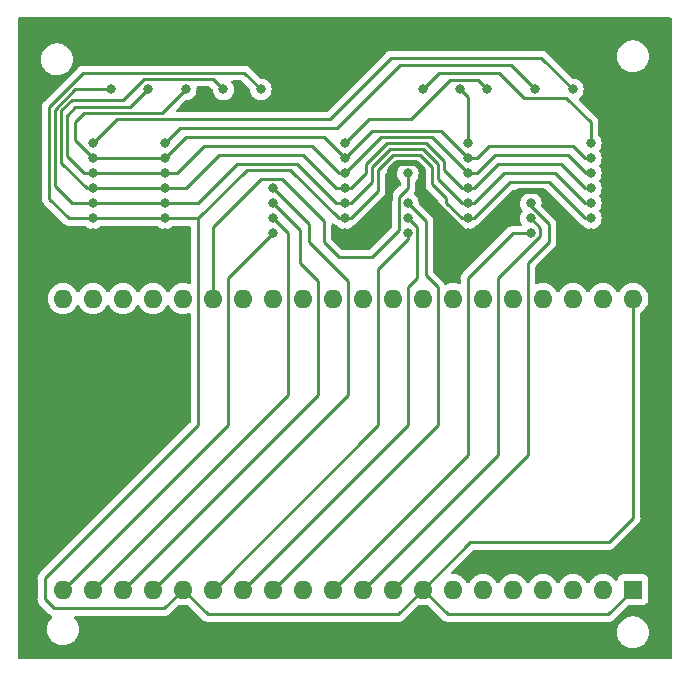
<source format=gbr>
%TF.GenerationSoftware,KiCad,Pcbnew,7.0.8*%
%TF.CreationDate,2023-11-11T12:56:24-08:00*%
%TF.ProjectId,LED Project,4c454420-5072-46f6-9a65-63742e6b6963,rev?*%
%TF.SameCoordinates,Original*%
%TF.FileFunction,Copper,L2,Bot*%
%TF.FilePolarity,Positive*%
%FSLAX46Y46*%
G04 Gerber Fmt 4.6, Leading zero omitted, Abs format (unit mm)*
G04 Created by KiCad (PCBNEW 7.0.8) date 2023-11-11 12:56:24*
%MOMM*%
%LPD*%
G01*
G04 APERTURE LIST*
%TA.AperFunction,ComponentPad*%
%ADD10R,1.600000X1.600000*%
%TD*%
%TA.AperFunction,ComponentPad*%
%ADD11O,1.600000X1.600000*%
%TD*%
%TA.AperFunction,ViaPad*%
%ADD12C,0.800000*%
%TD*%
%TA.AperFunction,Conductor*%
%ADD13C,0.250000*%
%TD*%
%TA.AperFunction,Conductor*%
%ADD14C,0.500000*%
%TD*%
G04 APERTURE END LIST*
D10*
%TO.P,U6,1,COM*%
%TO.N,PHASE*%
X201944500Y-132524500D03*
D11*
%TO.P,U6,2,N/C*%
%TO.N,unconnected-(U6-N{slash}C-Pad2)*%
X199404500Y-132524500D03*
%TO.P,U6,3,N/C*%
%TO.N,unconnected-(U6-N{slash}C-Pad3)*%
X196864500Y-132524500D03*
%TO.P,U6,4,N/C*%
%TO.N,unconnected-(U6-N{slash}C-Pad4)*%
X194324500Y-132524500D03*
%TO.P,U6,5,0E*%
%TO.N,SIG_E0*%
X191784500Y-132524500D03*
%TO.P,U6,6,0D*%
%TO.N,SIG_D0*%
X189244500Y-132524500D03*
%TO.P,U6,7,0C*%
%TO.N,SIG_C0*%
X186704500Y-132524500D03*
%TO.P,U6,8,DP1*%
%TO.N,PHASE*%
X184164500Y-132524500D03*
%TO.P,U6,9,1E*%
%TO.N,SIG_E1*%
X181624500Y-132524500D03*
%TO.P,U6,10,1D*%
%TO.N,SIG_D1*%
X179084500Y-132524500D03*
%TO.P,U6,11,1C*%
%TO.N,SIG_C1*%
X176544500Y-132524500D03*
%TO.P,U6,12,DP2*%
%TO.N,SIG_DP*%
X174004500Y-132524500D03*
%TO.P,U6,13,2E*%
%TO.N,SIG_E2*%
X171464500Y-132524500D03*
%TO.P,U6,14,2D*%
%TO.N,SIG_D2*%
X168924500Y-132524500D03*
%TO.P,U6,15,2C*%
%TO.N,SIG_C2*%
X166384500Y-132524500D03*
%TO.P,U6,16,DP3*%
%TO.N,PHASE*%
X163844500Y-132524500D03*
%TO.P,U6,17,3E*%
%TO.N,SIG_E3*%
X161304500Y-132524500D03*
%TO.P,U6,18,3D*%
%TO.N,SIG_D3*%
X158764500Y-132524500D03*
%TO.P,U6,19,3C*%
%TO.N,SIG_C3*%
X156224500Y-132524500D03*
%TO.P,U6,20,3B*%
%TO.N,SIG_B3*%
X153684500Y-132524500D03*
%TO.P,U6,21,3A*%
%TO.N,SIG_A3*%
X153684500Y-107886500D03*
%TO.P,U6,22,3F*%
%TO.N,SIG_F3*%
X156224500Y-107886500D03*
%TO.P,U6,23,3G*%
%TO.N,SIG_G3*%
X158764500Y-107886500D03*
%TO.P,U6,24,2B*%
%TO.N,SIG_B2*%
X161304500Y-107886500D03*
%TO.P,U6,25,2A*%
%TO.N,SIG_A2*%
X163844500Y-107886500D03*
%TO.P,U6,26,2F*%
%TO.N,SIG_F2*%
X166384500Y-107886500D03*
%TO.P,U6,27,2G*%
%TO.N,SIG_G2*%
X168924500Y-107886500D03*
%TO.P,U6,28,COL*%
%TO.N,SIG_COL*%
X171464500Y-107886500D03*
%TO.P,U6,29,1B*%
%TO.N,SIG_B1*%
X174004500Y-107886500D03*
%TO.P,U6,30,1A*%
%TO.N,SIG_A1*%
X176544500Y-107886500D03*
%TO.P,U6,31,1F*%
%TO.N,SIG_F1*%
X179084500Y-107886500D03*
%TO.P,U6,32,1G*%
%TO.N,SIG_G1*%
X181624500Y-107886500D03*
%TO.P,U6,33,N/C*%
%TO.N,unconnected-(U6-N{slash}C-Pad33)*%
X184164500Y-107886500D03*
%TO.P,U6,34,0B*%
%TO.N,SIG_B0*%
X186704500Y-107886500D03*
%TO.P,U6,35,0A*%
%TO.N,SIG_A0*%
X189244500Y-107886500D03*
%TO.P,U6,36,0F*%
%TO.N,SIG_F0*%
X191784500Y-107886500D03*
%TO.P,U6,37,0G*%
%TO.N,SIG_G0*%
X194324500Y-107886500D03*
%TO.P,U6,38,N/C*%
%TO.N,unconnected-(U6-N{slash}C-Pad38)*%
X196864500Y-107886500D03*
%TO.P,U6,39,N/C*%
%TO.N,unconnected-(U6-N{slash}C-Pad39)*%
X199404500Y-107886500D03*
%TO.P,U6,40,COM*%
%TO.N,PHASE*%
X201944500Y-107886500D03*
%TD*%
D12*
%TO.N,GND*%
X172974000Y-90678000D03*
X172974000Y-87630000D03*
X203708000Y-94742000D03*
X203708000Y-96012000D03*
X203708000Y-97282000D03*
X151638000Y-102362000D03*
X151638000Y-103632000D03*
%TO.N,PHASE*%
X156210000Y-101092000D03*
%TO.N,MIS_SEL*%
X196850000Y-90170000D03*
%TO.N,DIG_SEL_3*%
X193675000Y-90170000D03*
%TO.N,DIG_SEL_2*%
X189611000Y-90170000D03*
%TO.N,DIG_SEL_1*%
X187325000Y-90170000D03*
%TO.N,DIG_SEL_0*%
X184150000Y-90170000D03*
%TO.N,DATA1*%
X160909000Y-90170000D03*
%TO.N,DATA0*%
X157734000Y-90170000D03*
%TO.N,PHASE*%
X170434000Y-90170000D03*
%TO.N,DATA3*%
X167259000Y-90170000D03*
%TO.N,DATA2*%
X164084000Y-90170000D03*
%TO.N,GND*%
X177546000Y-102362000D03*
X156210000Y-102362000D03*
X198374000Y-102362000D03*
X187960000Y-102362000D03*
X162306000Y-102362000D03*
%TO.N,PHASE*%
X177546000Y-101092000D03*
X162306000Y-101092000D03*
X198374000Y-101092000D03*
X187960000Y-101092000D03*
%TO.N,SIG_E1*%
X193294000Y-99822000D03*
%TO.N,SIG_D1*%
X193289701Y-101096299D03*
%TO.N,SIG_C1*%
X193289701Y-102357701D03*
%TO.N,SIG_E2*%
X182880000Y-99822000D03*
%TO.N,SIG_D2*%
X182880000Y-101092000D03*
%TO.N,SIG_C2*%
X182875701Y-102357701D03*
%TO.N,SIG_E3*%
X171450000Y-98552000D03*
%TO.N,SIG_D3*%
X171450000Y-99822000D03*
%TO.N,SIG_C3*%
X171450000Y-101092000D03*
%TO.N,SIG_B3*%
X171450000Y-102362000D03*
%TO.N,SIG_F2*%
X182880000Y-97282000D03*
%TO.N,DIG_SEL_0*%
X198374000Y-94742000D03*
%TO.N,DATA2*%
X187960000Y-96012000D03*
X177546000Y-96012000D03*
X198374000Y-96012000D03*
X162306000Y-96012000D03*
X156210000Y-96012000D03*
%TO.N,DATA1*%
X187960000Y-97282000D03*
X177546000Y-97282000D03*
X198374000Y-97282000D03*
X162306000Y-97282000D03*
X156210000Y-97282000D03*
%TO.N,DATA3*%
X162306000Y-98552000D03*
X156210000Y-98552000D03*
X177546000Y-98552000D03*
X198374000Y-98552000D03*
X187960000Y-98552000D03*
%TO.N,DATA0*%
X162306000Y-99822000D03*
X156210000Y-99822000D03*
X187960000Y-99822000D03*
X198374000Y-99822000D03*
X177546000Y-99822000D03*
%TO.N,DIG_SEL_1*%
X187960000Y-94742000D03*
%TO.N,DIG_SEL_2*%
X177546000Y-94742000D03*
%TO.N,DIG_SEL_3*%
X162306000Y-94742000D03*
%TO.N,MIS_SEL*%
X156210000Y-94742000D03*
%TD*%
D13*
%TO.N,PHASE*%
X162257000Y-134112000D02*
X163844500Y-132524500D01*
X152146000Y-133350000D02*
X152908000Y-134112000D01*
X152146000Y-131572000D02*
X152146000Y-133350000D01*
X165100000Y-101092000D02*
X165100000Y-118618000D01*
X165100000Y-118618000D02*
X152146000Y-131572000D01*
X152908000Y-134112000D02*
X162257000Y-134112000D01*
%TO.N,DIG_SEL_2*%
X186436000Y-89408000D02*
X183134000Y-92710000D01*
X188849000Y-89408000D02*
X186436000Y-89408000D01*
X189611000Y-90170000D02*
X188849000Y-89408000D01*
X183134000Y-92710000D02*
X179578000Y-92710000D01*
X179578000Y-92710000D02*
X177546000Y-94742000D01*
%TO.N,DATA2*%
X179832000Y-93726000D02*
X177546000Y-96012000D01*
X187960000Y-96012000D02*
X185674000Y-93726000D01*
X185674000Y-93726000D02*
X179832000Y-93726000D01*
%TO.N,DATA1*%
X184912000Y-94234000D02*
X187960000Y-97282000D01*
X180594000Y-94234000D02*
X184912000Y-94234000D01*
X177546000Y-97282000D02*
X180594000Y-94234000D01*
%TO.N,DATA3*%
X187452000Y-98552000D02*
X187960000Y-98552000D01*
X185928000Y-97028000D02*
X187452000Y-98552000D01*
X184404000Y-94742000D02*
X185928000Y-96266000D01*
X181102000Y-94742000D02*
X184404000Y-94742000D01*
X179324000Y-96520000D02*
X181102000Y-94742000D01*
X185928000Y-96266000D02*
X185928000Y-97028000D01*
X179324000Y-97282000D02*
X179324000Y-96520000D01*
X177546000Y-98552000D02*
X178054000Y-98552000D01*
X178054000Y-98552000D02*
X179324000Y-97282000D01*
%TO.N,DATA0*%
X178054000Y-99822000D02*
X177546000Y-99822000D01*
X179832000Y-98044000D02*
X178054000Y-99822000D01*
X181356000Y-95250000D02*
X179832000Y-96774000D01*
X184150000Y-95250000D02*
X181356000Y-95250000D01*
X185420000Y-97790000D02*
X185420000Y-96520000D01*
X179832000Y-96774000D02*
X179832000Y-98044000D01*
X187452000Y-99822000D02*
X185420000Y-97790000D01*
X185420000Y-96520000D02*
X184150000Y-95250000D01*
X187960000Y-99822000D02*
X187452000Y-99822000D01*
%TO.N,PHASE*%
X187452000Y-101092000D02*
X187960000Y-101092000D01*
X186124000Y-99764000D02*
X187452000Y-101092000D01*
X186124000Y-99381604D02*
X186124000Y-99764000D01*
X183896000Y-95758000D02*
X184912000Y-96774000D01*
X181610000Y-95758000D02*
X183896000Y-95758000D01*
X184912000Y-98169604D02*
X186124000Y-99381604D01*
X180340000Y-97028000D02*
X181610000Y-95758000D01*
X178054000Y-101092000D02*
X180340000Y-98806000D01*
X177546000Y-101092000D02*
X178054000Y-101092000D01*
X180340000Y-98806000D02*
X180340000Y-97028000D01*
X184912000Y-96774000D02*
X184912000Y-98169604D01*
D14*
%TO.N,GND*%
X183554000Y-96432000D02*
X184150000Y-97028000D01*
X181952000Y-96432000D02*
X183554000Y-96432000D01*
X181356000Y-97028000D02*
X181952000Y-96432000D01*
X181356000Y-99568000D02*
X181356000Y-97028000D01*
X184150000Y-97028000D02*
X184150000Y-98806000D01*
X187706000Y-102362000D02*
X187960000Y-102362000D01*
X184150000Y-98806000D02*
X187706000Y-102362000D01*
X177546000Y-102362000D02*
X178562000Y-102362000D01*
X178562000Y-102362000D02*
X181356000Y-99568000D01*
D13*
%TO.N,SIG_F2*%
X166384500Y-101839500D02*
X166384500Y-107886500D01*
X170434000Y-97790000D02*
X166384500Y-101839500D01*
X172212000Y-97790000D02*
X170434000Y-97790000D01*
X175768000Y-101346000D02*
X172212000Y-97790000D01*
X175768000Y-103124000D02*
X175768000Y-101346000D01*
X177038000Y-104394000D02*
X175768000Y-103124000D01*
X179832000Y-104394000D02*
X177038000Y-104394000D01*
X182118000Y-99314000D02*
X182118000Y-102108000D01*
X182880000Y-97282000D02*
X182880000Y-98552000D01*
X182880000Y-98552000D02*
X182118000Y-99314000D01*
X182118000Y-102108000D02*
X179832000Y-104394000D01*
%TO.N,SIG_E2*%
X185420000Y-118569000D02*
X171464500Y-132524500D01*
X185420000Y-106934000D02*
X185420000Y-118569000D01*
X184404000Y-105918000D02*
X185420000Y-106934000D01*
X184404000Y-101346000D02*
X184404000Y-105918000D01*
X182880000Y-99822000D02*
X184404000Y-101346000D01*
%TO.N,SIG_D2*%
X182880000Y-106934000D02*
X182880000Y-118618000D01*
X183642000Y-101854000D02*
X183642000Y-106172000D01*
X182880000Y-118618000D02*
X168924500Y-132573500D01*
X182880000Y-101092000D02*
X183642000Y-101854000D01*
X168924500Y-132573500D02*
X168924500Y-132524500D01*
X183642000Y-106172000D02*
X182880000Y-106934000D01*
%TO.N,SIG_C2*%
X166433500Y-132524500D02*
X166384500Y-132524500D01*
X182875701Y-102357701D02*
X182875701Y-102874299D01*
X180340000Y-105410000D02*
X180340000Y-118618000D01*
X180340000Y-118618000D02*
X166433500Y-132524500D01*
X182875701Y-102874299D02*
X180340000Y-105410000D01*
%TO.N,DATA2*%
X188722000Y-96012000D02*
X187960000Y-96012000D01*
X196850000Y-94996000D02*
X189738000Y-94996000D01*
X189738000Y-94996000D02*
X188722000Y-96012000D01*
X197866000Y-96012000D02*
X196850000Y-94996000D01*
X198374000Y-96012000D02*
X197866000Y-96012000D01*
%TO.N,DATA1*%
X196411000Y-95758000D02*
X197935000Y-97282000D01*
X190246000Y-95758000D02*
X196411000Y-95758000D01*
X188722000Y-97282000D02*
X190246000Y-95758000D01*
X187960000Y-97282000D02*
X188722000Y-97282000D01*
X197935000Y-97282000D02*
X198374000Y-97282000D01*
%TO.N,DATA3*%
X197866000Y-98552000D02*
X198374000Y-98552000D01*
X187960000Y-98552000D02*
X188468000Y-98552000D01*
X188468000Y-98552000D02*
X190500000Y-96520000D01*
X190500000Y-96520000D02*
X195834000Y-96520000D01*
X195834000Y-96520000D02*
X197866000Y-98552000D01*
%TO.N,DATA0*%
X195326000Y-97282000D02*
X191008000Y-97282000D01*
X191008000Y-97282000D02*
X188468000Y-99822000D01*
X197866000Y-99822000D02*
X195326000Y-97282000D01*
X188468000Y-99822000D02*
X187960000Y-99822000D01*
X198374000Y-99822000D02*
X197866000Y-99822000D01*
%TO.N,PHASE*%
X197866000Y-101092000D02*
X198374000Y-101092000D01*
X194818000Y-98044000D02*
X197866000Y-101092000D01*
X191516000Y-98044000D02*
X194818000Y-98044000D01*
X187960000Y-101092000D02*
X188468000Y-101092000D01*
X188468000Y-101092000D02*
X191516000Y-98044000D01*
D14*
%TO.N,GND*%
X197866000Y-102362000D02*
X198374000Y-102362000D01*
X194310000Y-98806000D02*
X197866000Y-102362000D01*
X187960000Y-102362000D02*
X188722000Y-102362000D01*
X188722000Y-102362000D02*
X192278000Y-98806000D01*
X192278000Y-98806000D02*
X194310000Y-98806000D01*
D13*
%TO.N,SIG_C1*%
X187960000Y-121109000D02*
X176544500Y-132524500D01*
X187960000Y-106172000D02*
X187960000Y-121109000D01*
X191774299Y-102357701D02*
X187960000Y-106172000D01*
X193289701Y-102357701D02*
X191774299Y-102357701D01*
%TO.N,SIG_D1*%
X190500000Y-121109000D02*
X179084500Y-132524500D01*
X190500000Y-106172000D02*
X190500000Y-121109000D01*
X194056000Y-101862598D02*
X194056000Y-102616000D01*
X194056000Y-102616000D02*
X190500000Y-106172000D01*
X193289701Y-101096299D02*
X194056000Y-101862598D01*
%TO.N,SIG_E1*%
X193040000Y-121109000D02*
X181624500Y-132524500D01*
X194818000Y-101600000D02*
X194818000Y-103124000D01*
X193040000Y-99822000D02*
X194818000Y-101600000D01*
X193040000Y-104902000D02*
X193040000Y-121109000D01*
X194818000Y-103124000D02*
X193040000Y-104902000D01*
%TO.N,SIG_E3*%
X174498000Y-101600000D02*
X171450000Y-98552000D01*
X174498000Y-103124000D02*
X174498000Y-101600000D01*
X177800000Y-116029000D02*
X177800000Y-106426000D01*
X161304500Y-132524500D02*
X177800000Y-116029000D01*
X177800000Y-106426000D02*
X174498000Y-103124000D01*
%TO.N,SIG_D3*%
X175260000Y-106426000D02*
X173736000Y-104902000D01*
X175260000Y-116029000D02*
X175260000Y-106426000D01*
X158764500Y-132524500D02*
X175260000Y-116029000D01*
X173736000Y-104902000D02*
X173736000Y-102108000D01*
X173736000Y-102108000D02*
X171450000Y-99822000D01*
%TO.N,PHASE*%
X177038000Y-101092000D02*
X177546000Y-101092000D01*
X172916000Y-96970000D02*
X177038000Y-101092000D01*
X165100000Y-101092000D02*
X169222000Y-96970000D01*
X162306000Y-101092000D02*
X165100000Y-101092000D01*
X169222000Y-96970000D02*
X172916000Y-96970000D01*
%TO.N,DATA0*%
X168402000Y-96520000D02*
X165100000Y-99822000D01*
X176784000Y-99822000D02*
X173482000Y-96520000D01*
X165100000Y-99822000D02*
X162306000Y-99822000D01*
X177546000Y-99822000D02*
X176784000Y-99822000D01*
X173482000Y-96520000D02*
X168402000Y-96520000D01*
%TO.N,DATA3*%
X173990000Y-95758000D02*
X176784000Y-98552000D01*
X176784000Y-98552000D02*
X177546000Y-98552000D01*
X164084000Y-98552000D02*
X166878000Y-95758000D01*
X166878000Y-95758000D02*
X173990000Y-95758000D01*
X162306000Y-98552000D02*
X164084000Y-98552000D01*
%TO.N,DATA1*%
X177038000Y-97282000D02*
X177546000Y-97282000D01*
X165608000Y-94996000D02*
X174752000Y-94996000D01*
X163322000Y-97282000D02*
X165608000Y-94996000D01*
X162306000Y-97282000D02*
X163322000Y-97282000D01*
X174752000Y-94996000D02*
X177038000Y-97282000D01*
%TO.N,DATA2*%
X164084000Y-94234000D02*
X162306000Y-96012000D01*
X175768000Y-94234000D02*
X164084000Y-94234000D01*
X177546000Y-96012000D02*
X175768000Y-94234000D01*
%TO.N,DIG_SEL_3*%
X163576000Y-93472000D02*
X162306000Y-94742000D01*
X176911000Y-93472000D02*
X163576000Y-93472000D01*
X182245000Y-88138000D02*
X176911000Y-93472000D01*
X193675000Y-90170000D02*
X191643000Y-88138000D01*
X191643000Y-88138000D02*
X182245000Y-88138000D01*
%TO.N,MIS_SEL*%
X194183000Y-87503000D02*
X196850000Y-90170000D01*
X181483000Y-87503000D02*
X194183000Y-87503000D01*
X156210000Y-94742000D02*
X158242000Y-92710000D01*
X158242000Y-92710000D02*
X176276000Y-92710000D01*
X176276000Y-92710000D02*
X181483000Y-87503000D01*
%TO.N,SIG_B3*%
X167640000Y-106172000D02*
X167640000Y-118569000D01*
X171450000Y-102362000D02*
X167640000Y-106172000D01*
X167640000Y-118569000D02*
X153684500Y-132524500D01*
%TO.N,SIG_C3*%
X172720000Y-116029000D02*
X172720000Y-102362000D01*
X172720000Y-102362000D02*
X171450000Y-101092000D01*
X156224500Y-132524500D02*
X172720000Y-116029000D01*
%TO.N,DATA2*%
X155448000Y-92202000D02*
X162052000Y-92202000D01*
X162052000Y-92202000D02*
X164084000Y-90170000D01*
X154686000Y-94488000D02*
X154686000Y-92964000D01*
X154686000Y-92964000D02*
X155448000Y-92202000D01*
X156210000Y-96012000D02*
X154686000Y-94488000D01*
X162306000Y-96012000D02*
X156210000Y-96012000D01*
%TO.N,DATA1*%
X156210000Y-97282000D02*
X162306000Y-97282000D01*
X155448000Y-97282000D02*
X156210000Y-97282000D01*
X153993000Y-95827000D02*
X155448000Y-97282000D01*
X153993000Y-92387000D02*
X153993000Y-95827000D01*
X154686000Y-91694000D02*
X153993000Y-92387000D01*
X159385000Y-91694000D02*
X154686000Y-91694000D01*
X160909000Y-90170000D02*
X159385000Y-91694000D01*
%TO.N,DATA0*%
X152977000Y-91877604D02*
X154684604Y-90170000D01*
X152977000Y-98367000D02*
X152977000Y-91877604D01*
X154432000Y-99822000D02*
X152977000Y-98367000D01*
X156210000Y-99822000D02*
X154432000Y-99822000D01*
X154684604Y-90170000D02*
X157734000Y-90170000D01*
X162306000Y-99822000D02*
X156210000Y-99822000D01*
%TO.N,DIG_SEL_0*%
X198374000Y-92964000D02*
X198374000Y-94742000D01*
X192749000Y-90895000D02*
X196305000Y-90895000D01*
X196305000Y-90895000D02*
X198374000Y-92964000D01*
X190627000Y-88773000D02*
X192749000Y-90895000D01*
X185547000Y-88773000D02*
X190627000Y-88773000D01*
X184150000Y-90170000D02*
X185547000Y-88773000D01*
%TO.N,DATA3*%
X156210000Y-98552000D02*
X162306000Y-98552000D01*
X153543000Y-91948000D02*
X153543000Y-96393000D01*
X158750000Y-91059000D02*
X154432000Y-91059000D01*
X160528000Y-89281000D02*
X158750000Y-91059000D01*
X166370000Y-89281000D02*
X160528000Y-89281000D01*
X153543000Y-96393000D02*
X155702000Y-98552000D01*
X167259000Y-90170000D02*
X166370000Y-89281000D01*
X154432000Y-91059000D02*
X153543000Y-91948000D01*
X155702000Y-98552000D02*
X156210000Y-98552000D01*
%TO.N,DIG_SEL_1*%
X187960000Y-90805000D02*
X187325000Y-90170000D01*
X187960000Y-94742000D02*
X187960000Y-90805000D01*
%TO.N,PHASE*%
X155384500Y-88773000D02*
X169037000Y-88773000D01*
X152527000Y-91630500D02*
X155384500Y-88773000D01*
X152527000Y-99441000D02*
X152527000Y-91630500D01*
X169037000Y-88773000D02*
X170434000Y-90170000D01*
X154178000Y-101092000D02*
X152527000Y-99441000D01*
X156210000Y-101092000D02*
X154178000Y-101092000D01*
X154308000Y-101092000D02*
X156210000Y-101092000D01*
X165940000Y-134620000D02*
X163844500Y-132524500D01*
X199898000Y-128524000D02*
X188165000Y-128524000D01*
X201944500Y-132524500D02*
X199849000Y-134620000D01*
X186260000Y-134620000D02*
X184164500Y-132524500D01*
X184164500Y-132524500D02*
X182069000Y-134620000D01*
X199849000Y-134620000D02*
X186260000Y-134620000D01*
X201944500Y-107886500D02*
X201944500Y-126477500D01*
X188165000Y-128524000D02*
X184164500Y-132524500D01*
X182069000Y-134620000D02*
X165940000Y-134620000D01*
X201944500Y-126477500D02*
X199898000Y-128524000D01*
X156210000Y-101092000D02*
X162306000Y-101092000D01*
%TD*%
%TA.AperFunction,Conductor*%
%TO.N,GND*%
G36*
X182270064Y-96403185D02*
G01*
X182315819Y-96455989D01*
X182325763Y-96525147D01*
X182296738Y-96588703D01*
X182275909Y-96607819D01*
X182274128Y-96609112D01*
X182147466Y-96749785D01*
X182052821Y-96913715D01*
X182052818Y-96913722D01*
X182005909Y-97058094D01*
X181994326Y-97093744D01*
X181974540Y-97282000D01*
X181994326Y-97470256D01*
X181994327Y-97470259D01*
X182052818Y-97650277D01*
X182052821Y-97650284D01*
X182147467Y-97814216D01*
X182175593Y-97845453D01*
X182222650Y-97897715D01*
X182252880Y-97960706D01*
X182254500Y-97980687D01*
X182254500Y-98241546D01*
X182234815Y-98308585D01*
X182218181Y-98329227D01*
X181734208Y-98813199D01*
X181721951Y-98823020D01*
X181722134Y-98823241D01*
X181716123Y-98828213D01*
X181668772Y-98878636D01*
X181647889Y-98899519D01*
X181647877Y-98899532D01*
X181643621Y-98905017D01*
X181639837Y-98909447D01*
X181607937Y-98943418D01*
X181607936Y-98943420D01*
X181598284Y-98960976D01*
X181587610Y-98977226D01*
X181575329Y-98993061D01*
X181575324Y-98993068D01*
X181556815Y-99035838D01*
X181554245Y-99041084D01*
X181531803Y-99081906D01*
X181526822Y-99101307D01*
X181520521Y-99119710D01*
X181512562Y-99138102D01*
X181512561Y-99138105D01*
X181505271Y-99184127D01*
X181504087Y-99189846D01*
X181492501Y-99234972D01*
X181492500Y-99234982D01*
X181492500Y-99255016D01*
X181490973Y-99274415D01*
X181487840Y-99294194D01*
X181487840Y-99294195D01*
X181492225Y-99340583D01*
X181492500Y-99346421D01*
X181492500Y-101797547D01*
X181472815Y-101864586D01*
X181456181Y-101885228D01*
X179609228Y-103732181D01*
X179547905Y-103765666D01*
X179521547Y-103768500D01*
X177348453Y-103768500D01*
X177281414Y-103748815D01*
X177260772Y-103732181D01*
X176429819Y-102901228D01*
X176396334Y-102839905D01*
X176393500Y-102813547D01*
X176393500Y-101631453D01*
X176413185Y-101564414D01*
X176465989Y-101518659D01*
X176535147Y-101508715D01*
X176598703Y-101537740D01*
X176605183Y-101543774D01*
X176623523Y-101562115D01*
X176623527Y-101562118D01*
X176623529Y-101562120D01*
X176629011Y-101566373D01*
X176633443Y-101570157D01*
X176667418Y-101602062D01*
X176684974Y-101611713D01*
X176701235Y-101622395D01*
X176717064Y-101634673D01*
X176759838Y-101653182D01*
X176765056Y-101655738D01*
X176805908Y-101678197D01*
X176825316Y-101683180D01*
X176843719Y-101689481D01*
X176865621Y-101698959D01*
X176908523Y-101729787D01*
X176940128Y-101764887D01*
X176940135Y-101764893D01*
X177093265Y-101876148D01*
X177093270Y-101876151D01*
X177266192Y-101953142D01*
X177266197Y-101953144D01*
X177451354Y-101992500D01*
X177451355Y-101992500D01*
X177640644Y-101992500D01*
X177640646Y-101992500D01*
X177825803Y-101953144D01*
X177998730Y-101876151D01*
X178151871Y-101764888D01*
X178186832Y-101726058D01*
X178233336Y-101693738D01*
X178254117Y-101685510D01*
X178259647Y-101683617D01*
X178274581Y-101679278D01*
X178304390Y-101670618D01*
X178321629Y-101660422D01*
X178339103Y-101651862D01*
X178357727Y-101644488D01*
X178357727Y-101644487D01*
X178357732Y-101644486D01*
X178395449Y-101617082D01*
X178400305Y-101613892D01*
X178440420Y-101590170D01*
X178454589Y-101575999D01*
X178469379Y-101563368D01*
X178485587Y-101551594D01*
X178515299Y-101515676D01*
X178519212Y-101511376D01*
X180723788Y-99306801D01*
X180736042Y-99296986D01*
X180735859Y-99296764D01*
X180741866Y-99291792D01*
X180741877Y-99291786D01*
X180776406Y-99255016D01*
X180789227Y-99241364D01*
X180799671Y-99230918D01*
X180810120Y-99220471D01*
X180814379Y-99214978D01*
X180818152Y-99210561D01*
X180850062Y-99176582D01*
X180859713Y-99159024D01*
X180870396Y-99142761D01*
X180882673Y-99126936D01*
X180901185Y-99084153D01*
X180903738Y-99078941D01*
X180926197Y-99038092D01*
X180931180Y-99018680D01*
X180937481Y-99000280D01*
X180945437Y-98981896D01*
X180952729Y-98935852D01*
X180953906Y-98930171D01*
X180965500Y-98885019D01*
X180965500Y-98864983D01*
X180967027Y-98845582D01*
X180969468Y-98830170D01*
X180970160Y-98825804D01*
X180965775Y-98779415D01*
X180965500Y-98773577D01*
X180965500Y-97338452D01*
X180985185Y-97271413D01*
X181001819Y-97250771D01*
X181832772Y-96419819D01*
X181894095Y-96386334D01*
X181920453Y-96383500D01*
X182203025Y-96383500D01*
X182270064Y-96403185D01*
G37*
%TD.AperFunction*%
%TA.AperFunction,Conductor*%
G36*
X205174539Y-84094185D02*
G01*
X205220294Y-84146989D01*
X205231500Y-84198500D01*
X205231500Y-138305500D01*
X205211815Y-138372539D01*
X205159011Y-138418294D01*
X205107500Y-138429500D01*
X149984500Y-138429500D01*
X149917461Y-138409815D01*
X149871706Y-138357011D01*
X149860500Y-138305500D01*
X149860500Y-131552195D01*
X151515840Y-131552195D01*
X151520225Y-131598583D01*
X151520500Y-131604421D01*
X151520500Y-133267255D01*
X151518775Y-133282872D01*
X151519061Y-133282899D01*
X151518326Y-133290665D01*
X151520500Y-133359814D01*
X151520500Y-133389343D01*
X151520501Y-133389360D01*
X151521368Y-133396231D01*
X151521826Y-133402050D01*
X151523290Y-133448624D01*
X151523291Y-133448627D01*
X151528880Y-133467867D01*
X151532824Y-133486911D01*
X151535336Y-133506791D01*
X151552490Y-133550119D01*
X151554382Y-133555647D01*
X151567381Y-133600388D01*
X151577580Y-133617634D01*
X151586138Y-133635103D01*
X151593514Y-133653732D01*
X151620898Y-133691423D01*
X151624106Y-133696307D01*
X151647827Y-133736416D01*
X151647833Y-133736424D01*
X151661990Y-133750580D01*
X151674627Y-133765375D01*
X151686406Y-133781587D01*
X151720911Y-133810132D01*
X151722309Y-133811288D01*
X151726620Y-133815210D01*
X152407194Y-134495784D01*
X152417019Y-134508048D01*
X152417240Y-134507866D01*
X152422210Y-134513873D01*
X152422213Y-134513876D01*
X152422214Y-134513877D01*
X152472651Y-134561241D01*
X152493530Y-134582120D01*
X152499004Y-134586366D01*
X152503442Y-134590156D01*
X152537418Y-134622062D01*
X152537422Y-134622064D01*
X152554973Y-134631713D01*
X152571231Y-134642392D01*
X152587064Y-134654674D01*
X152609015Y-134664172D01*
X152629837Y-134673183D01*
X152635081Y-134675752D01*
X152675908Y-134698197D01*
X152675912Y-134698198D01*
X152684955Y-134700520D01*
X152744993Y-134736258D01*
X152776178Y-134798782D01*
X152768610Y-134868241D01*
X152741799Y-134908305D01*
X152631501Y-135018603D01*
X152631501Y-135018604D01*
X152495967Y-135212165D01*
X152495965Y-135212169D01*
X152396098Y-135426335D01*
X152396094Y-135426344D01*
X152334938Y-135654586D01*
X152334936Y-135654596D01*
X152314341Y-135889999D01*
X152314341Y-135890000D01*
X152334936Y-136125403D01*
X152334938Y-136125413D01*
X152396094Y-136353655D01*
X152396096Y-136353659D01*
X152396097Y-136353663D01*
X152408105Y-136379413D01*
X152495964Y-136567828D01*
X152495965Y-136567830D01*
X152631505Y-136761402D01*
X152798597Y-136928494D01*
X152992169Y-137064034D01*
X152992171Y-137064035D01*
X153206337Y-137163903D01*
X153434592Y-137225063D01*
X153611034Y-137240500D01*
X153728966Y-137240500D01*
X153905408Y-137225063D01*
X154133663Y-137163903D01*
X154347829Y-137064035D01*
X154541401Y-136928495D01*
X154708495Y-136761401D01*
X154844035Y-136567830D01*
X154943903Y-136353663D01*
X155000081Y-136144000D01*
X200574341Y-136144000D01*
X200594936Y-136379403D01*
X200594938Y-136379413D01*
X200656094Y-136607655D01*
X200656096Y-136607659D01*
X200656097Y-136607663D01*
X200706031Y-136714746D01*
X200755964Y-136821828D01*
X200755965Y-136821830D01*
X200891505Y-137015402D01*
X201058597Y-137182494D01*
X201252169Y-137318034D01*
X201252171Y-137318035D01*
X201466337Y-137417903D01*
X201694592Y-137479063D01*
X201871034Y-137494500D01*
X201988966Y-137494500D01*
X202165408Y-137479063D01*
X202393663Y-137417903D01*
X202607829Y-137318035D01*
X202801401Y-137182495D01*
X202968495Y-137015401D01*
X203104035Y-136821830D01*
X203203903Y-136607663D01*
X203265063Y-136379408D01*
X203285659Y-136144000D01*
X203265063Y-135908592D01*
X203203903Y-135680337D01*
X203104035Y-135466171D01*
X203104034Y-135466169D01*
X202968494Y-135272597D01*
X202801402Y-135105505D01*
X202607830Y-134969965D01*
X202607828Y-134969964D01*
X202500746Y-134920031D01*
X202393663Y-134870097D01*
X202393659Y-134870096D01*
X202393655Y-134870094D01*
X202165413Y-134808938D01*
X202165403Y-134808936D01*
X201988966Y-134793500D01*
X201871034Y-134793500D01*
X201694596Y-134808936D01*
X201694586Y-134808938D01*
X201466344Y-134870094D01*
X201466335Y-134870098D01*
X201252171Y-134969964D01*
X201252169Y-134969965D01*
X201058597Y-135105505D01*
X200891506Y-135272597D01*
X200891501Y-135272604D01*
X200755967Y-135466165D01*
X200755965Y-135466169D01*
X200656098Y-135680335D01*
X200656094Y-135680344D01*
X200594938Y-135908586D01*
X200594936Y-135908596D01*
X200574341Y-136143999D01*
X200574341Y-136144000D01*
X155000081Y-136144000D01*
X155005063Y-136125408D01*
X155025659Y-135890000D01*
X155005063Y-135654592D01*
X154943903Y-135426337D01*
X154844035Y-135212171D01*
X154844034Y-135212169D01*
X154708494Y-135018597D01*
X154639078Y-134949181D01*
X154605593Y-134887858D01*
X154610577Y-134818166D01*
X154652449Y-134762233D01*
X154717913Y-134737816D01*
X154726759Y-134737500D01*
X162174257Y-134737500D01*
X162189877Y-134739224D01*
X162189904Y-134738939D01*
X162197660Y-134739671D01*
X162197667Y-134739673D01*
X162266814Y-134737500D01*
X162296350Y-134737500D01*
X162303228Y-134736630D01*
X162309041Y-134736172D01*
X162355627Y-134734709D01*
X162374869Y-134729117D01*
X162393912Y-134725174D01*
X162413792Y-134722664D01*
X162457122Y-134705507D01*
X162462646Y-134703617D01*
X162473306Y-134700520D01*
X162507390Y-134690618D01*
X162524629Y-134680422D01*
X162542103Y-134671862D01*
X162560727Y-134664488D01*
X162560727Y-134664487D01*
X162560732Y-134664486D01*
X162598449Y-134637082D01*
X162603305Y-134633892D01*
X162643420Y-134610170D01*
X162657589Y-134595999D01*
X162672379Y-134583368D01*
X162688587Y-134571594D01*
X162718299Y-134535676D01*
X162722212Y-134531376D01*
X163429679Y-133823910D01*
X163491000Y-133790427D01*
X163549447Y-133791817D01*
X163617808Y-133810135D01*
X163775280Y-133823912D01*
X163844498Y-133829968D01*
X163844500Y-133829968D01*
X163844502Y-133829968D01*
X163913720Y-133823912D01*
X164071192Y-133810135D01*
X164139548Y-133791819D01*
X164209396Y-133793480D01*
X164259322Y-133823912D01*
X165439194Y-135003784D01*
X165449019Y-135016048D01*
X165449240Y-135015866D01*
X165454210Y-135021873D01*
X165454213Y-135021876D01*
X165454214Y-135021877D01*
X165504651Y-135069241D01*
X165525530Y-135090120D01*
X165531004Y-135094366D01*
X165535442Y-135098156D01*
X165569418Y-135130062D01*
X165569422Y-135130064D01*
X165586973Y-135139713D01*
X165603231Y-135150392D01*
X165619064Y-135162674D01*
X165641015Y-135172172D01*
X165661837Y-135181183D01*
X165667081Y-135183752D01*
X165707908Y-135206197D01*
X165727312Y-135211179D01*
X165745710Y-135217478D01*
X165764105Y-135225438D01*
X165810129Y-135232726D01*
X165815832Y-135233907D01*
X165860981Y-135245500D01*
X165881016Y-135245500D01*
X165900413Y-135247026D01*
X165920196Y-135250160D01*
X165966584Y-135245775D01*
X165972422Y-135245500D01*
X181986257Y-135245500D01*
X182001877Y-135247224D01*
X182001904Y-135246939D01*
X182009660Y-135247671D01*
X182009667Y-135247673D01*
X182078814Y-135245500D01*
X182108350Y-135245500D01*
X182115228Y-135244630D01*
X182121041Y-135244172D01*
X182167627Y-135242709D01*
X182186869Y-135237117D01*
X182205912Y-135233174D01*
X182225792Y-135230664D01*
X182269122Y-135213507D01*
X182274646Y-135211617D01*
X182278396Y-135210527D01*
X182319390Y-135198618D01*
X182336629Y-135188422D01*
X182354103Y-135179862D01*
X182372727Y-135172488D01*
X182372727Y-135172487D01*
X182372732Y-135172486D01*
X182410449Y-135145082D01*
X182415305Y-135141892D01*
X182455420Y-135118170D01*
X182469589Y-135103999D01*
X182484379Y-135091368D01*
X182500587Y-135079594D01*
X182530299Y-135043676D01*
X182534212Y-135039376D01*
X183749678Y-133823910D01*
X183810999Y-133790427D01*
X183869446Y-133791817D01*
X183937808Y-133810135D01*
X184095280Y-133823912D01*
X184164498Y-133829968D01*
X184164500Y-133829968D01*
X184164502Y-133829968D01*
X184233720Y-133823912D01*
X184391192Y-133810135D01*
X184459548Y-133791819D01*
X184529396Y-133793480D01*
X184579322Y-133823912D01*
X185759194Y-135003784D01*
X185769019Y-135016048D01*
X185769240Y-135015866D01*
X185774210Y-135021873D01*
X185774213Y-135021876D01*
X185774214Y-135021877D01*
X185824651Y-135069241D01*
X185845530Y-135090120D01*
X185851004Y-135094366D01*
X185855442Y-135098156D01*
X185889418Y-135130062D01*
X185889422Y-135130064D01*
X185906973Y-135139713D01*
X185923231Y-135150392D01*
X185939064Y-135162674D01*
X185961015Y-135172172D01*
X185981837Y-135181183D01*
X185987081Y-135183752D01*
X186027908Y-135206197D01*
X186047312Y-135211179D01*
X186065710Y-135217478D01*
X186084105Y-135225438D01*
X186130129Y-135232726D01*
X186135832Y-135233907D01*
X186180981Y-135245500D01*
X186201016Y-135245500D01*
X186220413Y-135247026D01*
X186240196Y-135250160D01*
X186286584Y-135245775D01*
X186292422Y-135245500D01*
X199766257Y-135245500D01*
X199781877Y-135247224D01*
X199781904Y-135246939D01*
X199789660Y-135247671D01*
X199789667Y-135247673D01*
X199858814Y-135245500D01*
X199888350Y-135245500D01*
X199895228Y-135244630D01*
X199901041Y-135244172D01*
X199947627Y-135242709D01*
X199966869Y-135237117D01*
X199985912Y-135233174D01*
X200005792Y-135230664D01*
X200049122Y-135213507D01*
X200054646Y-135211617D01*
X200058396Y-135210527D01*
X200099390Y-135198618D01*
X200116629Y-135188422D01*
X200134103Y-135179862D01*
X200152727Y-135172488D01*
X200152727Y-135172487D01*
X200152732Y-135172486D01*
X200190449Y-135145082D01*
X200195305Y-135141892D01*
X200235420Y-135118170D01*
X200249589Y-135103999D01*
X200264379Y-135091368D01*
X200280587Y-135079594D01*
X200310299Y-135043676D01*
X200314212Y-135039376D01*
X201492271Y-133861318D01*
X201553594Y-133827833D01*
X201579952Y-133824999D01*
X202792371Y-133824999D01*
X202792372Y-133824999D01*
X202851983Y-133818591D01*
X202986831Y-133768296D01*
X203102046Y-133682046D01*
X203188296Y-133566831D01*
X203238591Y-133431983D01*
X203245000Y-133372373D01*
X203244999Y-131676628D01*
X203238591Y-131617017D01*
X203214414Y-131552196D01*
X203188297Y-131482171D01*
X203188293Y-131482164D01*
X203102047Y-131366955D01*
X203102044Y-131366952D01*
X202986835Y-131280706D01*
X202986828Y-131280702D01*
X202851982Y-131230408D01*
X202851983Y-131230408D01*
X202792383Y-131224001D01*
X202792381Y-131224000D01*
X202792373Y-131224000D01*
X202792364Y-131224000D01*
X201096629Y-131224000D01*
X201096623Y-131224001D01*
X201037016Y-131230408D01*
X200902171Y-131280702D01*
X200902164Y-131280706D01*
X200786955Y-131366952D01*
X200786952Y-131366955D01*
X200700706Y-131482164D01*
X200700702Y-131482171D01*
X200650408Y-131617016D01*
X200646637Y-131652096D01*
X200619898Y-131716646D01*
X200562506Y-131756494D01*
X200492680Y-131758987D01*
X200432592Y-131723334D01*
X200421773Y-131709962D01*
X200404545Y-131685358D01*
X200243641Y-131524454D01*
X200057234Y-131393932D01*
X200057232Y-131393931D01*
X199850997Y-131297761D01*
X199850988Y-131297758D01*
X199631197Y-131238866D01*
X199631193Y-131238865D01*
X199631192Y-131238865D01*
X199631191Y-131238864D01*
X199631186Y-131238864D01*
X199404502Y-131219032D01*
X199404498Y-131219032D01*
X199177813Y-131238864D01*
X199177802Y-131238866D01*
X198958011Y-131297758D01*
X198958002Y-131297761D01*
X198751767Y-131393931D01*
X198751765Y-131393932D01*
X198565358Y-131524454D01*
X198404454Y-131685358D01*
X198273932Y-131871765D01*
X198273931Y-131871767D01*
X198246882Y-131929775D01*
X198200709Y-131982214D01*
X198133516Y-132001366D01*
X198066635Y-131981150D01*
X198022118Y-131929775D01*
X197995068Y-131871767D01*
X197995067Y-131871765D01*
X197864545Y-131685358D01*
X197703641Y-131524454D01*
X197517234Y-131393932D01*
X197517232Y-131393931D01*
X197310997Y-131297761D01*
X197310988Y-131297758D01*
X197091197Y-131238866D01*
X197091193Y-131238865D01*
X197091192Y-131238865D01*
X197091191Y-131238864D01*
X197091186Y-131238864D01*
X196864502Y-131219032D01*
X196864498Y-131219032D01*
X196637813Y-131238864D01*
X196637802Y-131238866D01*
X196418011Y-131297758D01*
X196418002Y-131297761D01*
X196211767Y-131393931D01*
X196211765Y-131393932D01*
X196025358Y-131524454D01*
X195864454Y-131685358D01*
X195733932Y-131871765D01*
X195733931Y-131871767D01*
X195706882Y-131929775D01*
X195660709Y-131982214D01*
X195593516Y-132001366D01*
X195526635Y-131981150D01*
X195482118Y-131929775D01*
X195455068Y-131871767D01*
X195455067Y-131871765D01*
X195324545Y-131685358D01*
X195163641Y-131524454D01*
X194977234Y-131393932D01*
X194977232Y-131393931D01*
X194770997Y-131297761D01*
X194770988Y-131297758D01*
X194551197Y-131238866D01*
X194551193Y-131238865D01*
X194551192Y-131238865D01*
X194551191Y-131238864D01*
X194551186Y-131238864D01*
X194324502Y-131219032D01*
X194324498Y-131219032D01*
X194097813Y-131238864D01*
X194097802Y-131238866D01*
X193878011Y-131297758D01*
X193878002Y-131297761D01*
X193671767Y-131393931D01*
X193671765Y-131393932D01*
X193485358Y-131524454D01*
X193324454Y-131685358D01*
X193193932Y-131871765D01*
X193193931Y-131871767D01*
X193166882Y-131929775D01*
X193120709Y-131982214D01*
X193053516Y-132001366D01*
X192986635Y-131981150D01*
X192942118Y-131929775D01*
X192915068Y-131871767D01*
X192915067Y-131871765D01*
X192784545Y-131685358D01*
X192623641Y-131524454D01*
X192437234Y-131393932D01*
X192437232Y-131393931D01*
X192230997Y-131297761D01*
X192230988Y-131297758D01*
X192011197Y-131238866D01*
X192011193Y-131238865D01*
X192011192Y-131238865D01*
X192011191Y-131238864D01*
X192011186Y-131238864D01*
X191784502Y-131219032D01*
X191784498Y-131219032D01*
X191557813Y-131238864D01*
X191557802Y-131238866D01*
X191338011Y-131297758D01*
X191338002Y-131297761D01*
X191131767Y-131393931D01*
X191131765Y-131393932D01*
X190945358Y-131524454D01*
X190784454Y-131685358D01*
X190653932Y-131871765D01*
X190653931Y-131871767D01*
X190626882Y-131929775D01*
X190580709Y-131982214D01*
X190513516Y-132001366D01*
X190446635Y-131981150D01*
X190402118Y-131929775D01*
X190375068Y-131871767D01*
X190375067Y-131871765D01*
X190244545Y-131685358D01*
X190083641Y-131524454D01*
X189897234Y-131393932D01*
X189897232Y-131393931D01*
X189690997Y-131297761D01*
X189690988Y-131297758D01*
X189471197Y-131238866D01*
X189471193Y-131238865D01*
X189471192Y-131238865D01*
X189471191Y-131238864D01*
X189471186Y-131238864D01*
X189244502Y-131219032D01*
X189244498Y-131219032D01*
X189017813Y-131238864D01*
X189017802Y-131238866D01*
X188798011Y-131297758D01*
X188798002Y-131297761D01*
X188591767Y-131393931D01*
X188591765Y-131393932D01*
X188405358Y-131524454D01*
X188244454Y-131685358D01*
X188113932Y-131871765D01*
X188113931Y-131871767D01*
X188086882Y-131929775D01*
X188040709Y-131982214D01*
X187973516Y-132001366D01*
X187906635Y-131981150D01*
X187862118Y-131929775D01*
X187835068Y-131871767D01*
X187835067Y-131871765D01*
X187704545Y-131685358D01*
X187543641Y-131524454D01*
X187357234Y-131393932D01*
X187357232Y-131393931D01*
X187150997Y-131297761D01*
X187150988Y-131297758D01*
X186931197Y-131238866D01*
X186931193Y-131238865D01*
X186931192Y-131238865D01*
X186931191Y-131238864D01*
X186931186Y-131238864D01*
X186704502Y-131219032D01*
X186704496Y-131219032D01*
X186660394Y-131222890D01*
X186591894Y-131209123D01*
X186541712Y-131160507D01*
X186525779Y-131092478D01*
X186549155Y-131026635D01*
X186561899Y-131011689D01*
X188387772Y-129185819D01*
X188449095Y-129152334D01*
X188475453Y-129149500D01*
X199815257Y-129149500D01*
X199830877Y-129151224D01*
X199830904Y-129150939D01*
X199838660Y-129151671D01*
X199838667Y-129151673D01*
X199907814Y-129149500D01*
X199937350Y-129149500D01*
X199944228Y-129148630D01*
X199950041Y-129148172D01*
X199996627Y-129146709D01*
X200015869Y-129141117D01*
X200034912Y-129137174D01*
X200054792Y-129134664D01*
X200098122Y-129117507D01*
X200103646Y-129115617D01*
X200107396Y-129114527D01*
X200148390Y-129102618D01*
X200165629Y-129092422D01*
X200183103Y-129083862D01*
X200201727Y-129076488D01*
X200201727Y-129076487D01*
X200201732Y-129076486D01*
X200239449Y-129049082D01*
X200244305Y-129045892D01*
X200284420Y-129022170D01*
X200298589Y-129007999D01*
X200313379Y-128995368D01*
X200329587Y-128983594D01*
X200359299Y-128947676D01*
X200363212Y-128943376D01*
X202328288Y-126978301D01*
X202340542Y-126968486D01*
X202340359Y-126968264D01*
X202346366Y-126963292D01*
X202346377Y-126963286D01*
X202377275Y-126930382D01*
X202393727Y-126912864D01*
X202404171Y-126902418D01*
X202414620Y-126891971D01*
X202418879Y-126886478D01*
X202422652Y-126882061D01*
X202454562Y-126848082D01*
X202464215Y-126830520D01*
X202474889Y-126814270D01*
X202487173Y-126798436D01*
X202505680Y-126755667D01*
X202508249Y-126750424D01*
X202530696Y-126709593D01*
X202530697Y-126709592D01*
X202535677Y-126690191D01*
X202541978Y-126671788D01*
X202549938Y-126653396D01*
X202557230Y-126607349D01*
X202558411Y-126601652D01*
X202570000Y-126556519D01*
X202570000Y-126536483D01*
X202571527Y-126517082D01*
X202574660Y-126497304D01*
X202570275Y-126450915D01*
X202570000Y-126445077D01*
X202570000Y-109100688D01*
X202589685Y-109033649D01*
X202622877Y-108999113D01*
X202671336Y-108965181D01*
X202783639Y-108886547D01*
X202944547Y-108725639D01*
X203075068Y-108539234D01*
X203171239Y-108332996D01*
X203230135Y-108113192D01*
X203249968Y-107886500D01*
X203230135Y-107659808D01*
X203171239Y-107440004D01*
X203075068Y-107233766D01*
X202944547Y-107047361D01*
X202944545Y-107047358D01*
X202783641Y-106886454D01*
X202597234Y-106755932D01*
X202597232Y-106755931D01*
X202390997Y-106659761D01*
X202390988Y-106659758D01*
X202171197Y-106600866D01*
X202171193Y-106600865D01*
X202171192Y-106600865D01*
X202171191Y-106600864D01*
X202171186Y-106600864D01*
X201944502Y-106581032D01*
X201944498Y-106581032D01*
X201717813Y-106600864D01*
X201717802Y-106600866D01*
X201498011Y-106659758D01*
X201498002Y-106659761D01*
X201291767Y-106755931D01*
X201291765Y-106755932D01*
X201105358Y-106886454D01*
X200944454Y-107047358D01*
X200813932Y-107233765D01*
X200813931Y-107233767D01*
X200786882Y-107291775D01*
X200740709Y-107344214D01*
X200673516Y-107363366D01*
X200606635Y-107343150D01*
X200562118Y-107291775D01*
X200535068Y-107233767D01*
X200535067Y-107233765D01*
X200404545Y-107047358D01*
X200243641Y-106886454D01*
X200057234Y-106755932D01*
X200057232Y-106755931D01*
X199850997Y-106659761D01*
X199850988Y-106659758D01*
X199631197Y-106600866D01*
X199631193Y-106600865D01*
X199631192Y-106600865D01*
X199631191Y-106600864D01*
X199631186Y-106600864D01*
X199404502Y-106581032D01*
X199404498Y-106581032D01*
X199177813Y-106600864D01*
X199177802Y-106600866D01*
X198958011Y-106659758D01*
X198958002Y-106659761D01*
X198751767Y-106755931D01*
X198751765Y-106755932D01*
X198565358Y-106886454D01*
X198404454Y-107047358D01*
X198273932Y-107233765D01*
X198273931Y-107233767D01*
X198246882Y-107291775D01*
X198200709Y-107344214D01*
X198133516Y-107363366D01*
X198066635Y-107343150D01*
X198022118Y-107291775D01*
X197995068Y-107233767D01*
X197995067Y-107233765D01*
X197864545Y-107047358D01*
X197703641Y-106886454D01*
X197517234Y-106755932D01*
X197517232Y-106755931D01*
X197310997Y-106659761D01*
X197310988Y-106659758D01*
X197091197Y-106600866D01*
X197091193Y-106600865D01*
X197091192Y-106600865D01*
X197091191Y-106600864D01*
X197091186Y-106600864D01*
X196864502Y-106581032D01*
X196864498Y-106581032D01*
X196637813Y-106600864D01*
X196637802Y-106600866D01*
X196418011Y-106659758D01*
X196418002Y-106659761D01*
X196211767Y-106755931D01*
X196211765Y-106755932D01*
X196025358Y-106886454D01*
X195864454Y-107047358D01*
X195733932Y-107233765D01*
X195733931Y-107233767D01*
X195706882Y-107291775D01*
X195660709Y-107344214D01*
X195593516Y-107363366D01*
X195526635Y-107343150D01*
X195482118Y-107291775D01*
X195455068Y-107233767D01*
X195455067Y-107233765D01*
X195324545Y-107047358D01*
X195163641Y-106886454D01*
X194977234Y-106755932D01*
X194977232Y-106755931D01*
X194770997Y-106659761D01*
X194770988Y-106659758D01*
X194551197Y-106600866D01*
X194551193Y-106600865D01*
X194551192Y-106600865D01*
X194551191Y-106600864D01*
X194551186Y-106600864D01*
X194324502Y-106581032D01*
X194324498Y-106581032D01*
X194097813Y-106600864D01*
X194097802Y-106600866D01*
X193878011Y-106659758D01*
X193878006Y-106659760D01*
X193878004Y-106659761D01*
X193848698Y-106673427D01*
X193841904Y-106676595D01*
X193772826Y-106687086D01*
X193709042Y-106658566D01*
X193670803Y-106600089D01*
X193665500Y-106564212D01*
X193665500Y-105212451D01*
X193685185Y-105145412D01*
X193701814Y-105124775D01*
X195201786Y-103624802D01*
X195214048Y-103614980D01*
X195213865Y-103614759D01*
X195219867Y-103609792D01*
X195219877Y-103609786D01*
X195267241Y-103559348D01*
X195288120Y-103538470D01*
X195292373Y-103532986D01*
X195296150Y-103528563D01*
X195328062Y-103494582D01*
X195337714Y-103477023D01*
X195348389Y-103460772D01*
X195360674Y-103444936D01*
X195379186Y-103402152D01*
X195381742Y-103396935D01*
X195404197Y-103356092D01*
X195409180Y-103336680D01*
X195415477Y-103318291D01*
X195423438Y-103299895D01*
X195430729Y-103253853D01*
X195431908Y-103248162D01*
X195443500Y-103203019D01*
X195443500Y-103182983D01*
X195445027Y-103163582D01*
X195448160Y-103143804D01*
X195443775Y-103097415D01*
X195443500Y-103091577D01*
X195443500Y-101682742D01*
X195445224Y-101667122D01*
X195444939Y-101667095D01*
X195445673Y-101659333D01*
X195444325Y-101616414D01*
X195443500Y-101590170D01*
X195443500Y-101560650D01*
X195442631Y-101553779D01*
X195442173Y-101547952D01*
X195441852Y-101537740D01*
X195440710Y-101501373D01*
X195435119Y-101482130D01*
X195431173Y-101463078D01*
X195428664Y-101443208D01*
X195411504Y-101399867D01*
X195409624Y-101394379D01*
X195396618Y-101349610D01*
X195395889Y-101348378D01*
X195386423Y-101332371D01*
X195377861Y-101314894D01*
X195370487Y-101296270D01*
X195368798Y-101293945D01*
X195343079Y-101258545D01*
X195339888Y-101253686D01*
X195336155Y-101247374D01*
X195323975Y-101226777D01*
X195316172Y-101213583D01*
X195316165Y-101213574D01*
X195302006Y-101199415D01*
X195289368Y-101184619D01*
X195277594Y-101168413D01*
X195250352Y-101145877D01*
X195241688Y-101138709D01*
X195237376Y-101134786D01*
X194215139Y-100112548D01*
X194181654Y-100051225D01*
X194179499Y-100011905D01*
X194179671Y-100010263D01*
X194179674Y-100010256D01*
X194199460Y-99822000D01*
X194179674Y-99633744D01*
X194121179Y-99453716D01*
X194026533Y-99289784D01*
X193899871Y-99149112D01*
X193899870Y-99149111D01*
X193746734Y-99037851D01*
X193746729Y-99037848D01*
X193573807Y-98960857D01*
X193573802Y-98960855D01*
X193422995Y-98928801D01*
X193388646Y-98921500D01*
X193199354Y-98921500D01*
X193166897Y-98928398D01*
X193014197Y-98960855D01*
X193014192Y-98960857D01*
X192841270Y-99037848D01*
X192841265Y-99037851D01*
X192688129Y-99149111D01*
X192561466Y-99289785D01*
X192466821Y-99453715D01*
X192466818Y-99453722D01*
X192418324Y-99602973D01*
X192408326Y-99633744D01*
X192388540Y-99822000D01*
X192408326Y-100010256D01*
X192408327Y-100010259D01*
X192466818Y-100190277D01*
X192466821Y-100190284D01*
X192561467Y-100354216D01*
X192572832Y-100366838D01*
X192579092Y-100373791D01*
X192609321Y-100436783D01*
X192600695Y-100506118D01*
X192579093Y-100539732D01*
X192557167Y-100564084D01*
X192462522Y-100728014D01*
X192462519Y-100728021D01*
X192412885Y-100880780D01*
X192404027Y-100908043D01*
X192384241Y-101096299D01*
X192404027Y-101284555D01*
X192404028Y-101284558D01*
X192462519Y-101464576D01*
X192462522Y-101464583D01*
X192509644Y-101546201D01*
X192526117Y-101614102D01*
X192503264Y-101680128D01*
X192448343Y-101723319D01*
X192402257Y-101732201D01*
X191857036Y-101732201D01*
X191841419Y-101730477D01*
X191841392Y-101730763D01*
X191833630Y-101730028D01*
X191764502Y-101732201D01*
X191734949Y-101732201D01*
X191734228Y-101732291D01*
X191728056Y-101733070D01*
X191722244Y-101733527D01*
X191675671Y-101734991D01*
X191675668Y-101734992D01*
X191656425Y-101740582D01*
X191637382Y-101744526D01*
X191617503Y-101747037D01*
X191617502Y-101747038D01*
X191574177Y-101764191D01*
X191568651Y-101766083D01*
X191523907Y-101779084D01*
X191523903Y-101779086D01*
X191506664Y-101789281D01*
X191489197Y-101797838D01*
X191470568Y-101805213D01*
X191470566Y-101805214D01*
X191432863Y-101832607D01*
X191427981Y-101835813D01*
X191387879Y-101859529D01*
X191373707Y-101873701D01*
X191358922Y-101886329D01*
X191342711Y-101898108D01*
X191313008Y-101934011D01*
X191309076Y-101938332D01*
X187576208Y-105671199D01*
X187563951Y-105681020D01*
X187564134Y-105681241D01*
X187558123Y-105686213D01*
X187510772Y-105736636D01*
X187489889Y-105757519D01*
X187489877Y-105757532D01*
X187485621Y-105763017D01*
X187481837Y-105767447D01*
X187449937Y-105801418D01*
X187449936Y-105801420D01*
X187440284Y-105818976D01*
X187429610Y-105835226D01*
X187417329Y-105851061D01*
X187417324Y-105851068D01*
X187398815Y-105893838D01*
X187396245Y-105899084D01*
X187373803Y-105939906D01*
X187368822Y-105959307D01*
X187362521Y-105977710D01*
X187354562Y-105996102D01*
X187354561Y-105996105D01*
X187347271Y-106042127D01*
X187346087Y-106047846D01*
X187334501Y-106092972D01*
X187334500Y-106092982D01*
X187334500Y-106113016D01*
X187332973Y-106132415D01*
X187329840Y-106152194D01*
X187329840Y-106152195D01*
X187334225Y-106198583D01*
X187334500Y-106204421D01*
X187334500Y-106550689D01*
X187314815Y-106617728D01*
X187262011Y-106663483D01*
X187192853Y-106673427D01*
X187158099Y-106663073D01*
X187150998Y-106659762D01*
X187150988Y-106659758D01*
X186931197Y-106600866D01*
X186931193Y-106600865D01*
X186931192Y-106600865D01*
X186931191Y-106600864D01*
X186931186Y-106600864D01*
X186704502Y-106581032D01*
X186704498Y-106581032D01*
X186477813Y-106600864D01*
X186477802Y-106600866D01*
X186258011Y-106659758D01*
X186257997Y-106659763D01*
X186146097Y-106711943D01*
X186077020Y-106722435D01*
X186013236Y-106693915D01*
X185978400Y-106645206D01*
X185975641Y-106638238D01*
X185972486Y-106630268D01*
X185945079Y-106592545D01*
X185941888Y-106587686D01*
X185938970Y-106582752D01*
X185918170Y-106547580D01*
X185918168Y-106547578D01*
X185918165Y-106547574D01*
X185904006Y-106533415D01*
X185891368Y-106518619D01*
X185879594Y-106502413D01*
X185875028Y-106498636D01*
X185843688Y-106472709D01*
X185839376Y-106468786D01*
X185065819Y-105695228D01*
X185032334Y-105633905D01*
X185029500Y-105607547D01*
X185029500Y-101428737D01*
X185031224Y-101413123D01*
X185030938Y-101413096D01*
X185031672Y-101405333D01*
X185029500Y-101336202D01*
X185029500Y-101306651D01*
X185029500Y-101306650D01*
X185028629Y-101299759D01*
X185028172Y-101293945D01*
X185026709Y-101247374D01*
X185026709Y-101247372D01*
X185021120Y-101228137D01*
X185017174Y-101209084D01*
X185014664Y-101189208D01*
X184997501Y-101145859D01*
X184995614Y-101140346D01*
X184995138Y-101138709D01*
X184982617Y-101095610D01*
X184972421Y-101078369D01*
X184963860Y-101060893D01*
X184956486Y-101042269D01*
X184956486Y-101042267D01*
X184946474Y-101028488D01*
X184929083Y-101004550D01*
X184925900Y-100999705D01*
X184902170Y-100959579D01*
X184902165Y-100959573D01*
X184888005Y-100945413D01*
X184875370Y-100930620D01*
X184863593Y-100914412D01*
X184827693Y-100884713D01*
X184823381Y-100880790D01*
X183818960Y-99876369D01*
X183785475Y-99815046D01*
X183783323Y-99801668D01*
X183765674Y-99633744D01*
X183707179Y-99453716D01*
X183612533Y-99289784D01*
X183485871Y-99149112D01*
X183415758Y-99098172D01*
X183373094Y-99042843D01*
X183367115Y-98973230D01*
X183386356Y-98929451D01*
X183386302Y-98929421D01*
X183386642Y-98928801D01*
X183388327Y-98924969D01*
X183390055Y-98922588D01*
X183390062Y-98922582D01*
X183399714Y-98905023D01*
X183410389Y-98888772D01*
X183422674Y-98872936D01*
X183441186Y-98830152D01*
X183443742Y-98824935D01*
X183466197Y-98784092D01*
X183471180Y-98764680D01*
X183477477Y-98746291D01*
X183485438Y-98727895D01*
X183492729Y-98681853D01*
X183493908Y-98676162D01*
X183505500Y-98631019D01*
X183505500Y-98610983D01*
X183507027Y-98591582D01*
X183510160Y-98571804D01*
X183505775Y-98525415D01*
X183505500Y-98519577D01*
X183505500Y-97980687D01*
X183525185Y-97913648D01*
X183537350Y-97897715D01*
X183570752Y-97860618D01*
X183612533Y-97814216D01*
X183707179Y-97650284D01*
X183765674Y-97470256D01*
X183785460Y-97282000D01*
X183765674Y-97093744D01*
X183707179Y-96913716D01*
X183612533Y-96749784D01*
X183485871Y-96609112D01*
X183484090Y-96607818D01*
X183483309Y-96606805D01*
X183481042Y-96604764D01*
X183481415Y-96604349D01*
X183441424Y-96552490D01*
X183435444Y-96482876D01*
X183468050Y-96421081D01*
X183528888Y-96386723D01*
X183556975Y-96383500D01*
X183585548Y-96383500D01*
X183652587Y-96403185D01*
X183673229Y-96419819D01*
X184250181Y-96996771D01*
X184283666Y-97058094D01*
X184286500Y-97084452D01*
X184286500Y-98086859D01*
X184284775Y-98102476D01*
X184285061Y-98102503D01*
X184284326Y-98110269D01*
X184286500Y-98179418D01*
X184286500Y-98208947D01*
X184286501Y-98208964D01*
X184287368Y-98215835D01*
X184287826Y-98221654D01*
X184289290Y-98268228D01*
X184289291Y-98268231D01*
X184294880Y-98287471D01*
X184298824Y-98306515D01*
X184301336Y-98326395D01*
X184318490Y-98369723D01*
X184320382Y-98375251D01*
X184333381Y-98419992D01*
X184343580Y-98437238D01*
X184352138Y-98454707D01*
X184359514Y-98473336D01*
X184386898Y-98511027D01*
X184390106Y-98515911D01*
X184413827Y-98556020D01*
X184413833Y-98556028D01*
X184427990Y-98570184D01*
X184440628Y-98584980D01*
X184452405Y-98601190D01*
X184452406Y-98601191D01*
X184488309Y-98630892D01*
X184492620Y-98634814D01*
X184977516Y-99119710D01*
X185460779Y-99602973D01*
X185494264Y-99664296D01*
X185496549Y-99702314D01*
X185496326Y-99704664D01*
X185498500Y-99773814D01*
X185498500Y-99803343D01*
X185498501Y-99803360D01*
X185499368Y-99810231D01*
X185499826Y-99816050D01*
X185501290Y-99862624D01*
X185501291Y-99862627D01*
X185506880Y-99881867D01*
X185510824Y-99900911D01*
X185513336Y-99920791D01*
X185530490Y-99964119D01*
X185532382Y-99969647D01*
X185545381Y-100014388D01*
X185555580Y-100031634D01*
X185564138Y-100049103D01*
X185571514Y-100067732D01*
X185598898Y-100105423D01*
X185602106Y-100110307D01*
X185625827Y-100150416D01*
X185625833Y-100150424D01*
X185639990Y-100164580D01*
X185652628Y-100179376D01*
X185664405Y-100195586D01*
X185664406Y-100195587D01*
X185700309Y-100225288D01*
X185704620Y-100229210D01*
X186356190Y-100880780D01*
X186951194Y-101475784D01*
X186961019Y-101488048D01*
X186961240Y-101487866D01*
X186966210Y-101493873D01*
X186966213Y-101493876D01*
X186966214Y-101493877D01*
X187016651Y-101541241D01*
X187037530Y-101562120D01*
X187043001Y-101566364D01*
X187047442Y-101570156D01*
X187081418Y-101602062D01*
X187081422Y-101602064D01*
X187098973Y-101611713D01*
X187115231Y-101622392D01*
X187131064Y-101634674D01*
X187152686Y-101644030D01*
X187173837Y-101653183D01*
X187179081Y-101655752D01*
X187219908Y-101678197D01*
X187239312Y-101683179D01*
X187257706Y-101689476D01*
X187276105Y-101697438D01*
X187276106Y-101697438D01*
X187279621Y-101698959D01*
X187322524Y-101729788D01*
X187354128Y-101764887D01*
X187354135Y-101764893D01*
X187507265Y-101876148D01*
X187507270Y-101876151D01*
X187680192Y-101953142D01*
X187680197Y-101953144D01*
X187865354Y-101992500D01*
X187865355Y-101992500D01*
X188054644Y-101992500D01*
X188054646Y-101992500D01*
X188239803Y-101953144D01*
X188412730Y-101876151D01*
X188565871Y-101764888D01*
X188600832Y-101726058D01*
X188647336Y-101693738D01*
X188668117Y-101685510D01*
X188673647Y-101683617D01*
X188688581Y-101679278D01*
X188718390Y-101670618D01*
X188735629Y-101660422D01*
X188753103Y-101651862D01*
X188771727Y-101644488D01*
X188771727Y-101644487D01*
X188771732Y-101644486D01*
X188809449Y-101617082D01*
X188814305Y-101613892D01*
X188854420Y-101590170D01*
X188868589Y-101575999D01*
X188883379Y-101563368D01*
X188899587Y-101551594D01*
X188929299Y-101515676D01*
X188933212Y-101511376D01*
X191738772Y-98705819D01*
X191800095Y-98672334D01*
X191826453Y-98669500D01*
X194507548Y-98669500D01*
X194574587Y-98689185D01*
X194595229Y-98705819D01*
X197365197Y-101475788D01*
X197375022Y-101488051D01*
X197375243Y-101487869D01*
X197380214Y-101493878D01*
X197401043Y-101513437D01*
X197430635Y-101541226D01*
X197451529Y-101562120D01*
X197457011Y-101566373D01*
X197461443Y-101570157D01*
X197495418Y-101602062D01*
X197512974Y-101611713D01*
X197529233Y-101622393D01*
X197545064Y-101634673D01*
X197564737Y-101643186D01*
X197587833Y-101653182D01*
X197593077Y-101655750D01*
X197633908Y-101678197D01*
X197646523Y-101681435D01*
X197653305Y-101683177D01*
X197671712Y-101689478D01*
X197690104Y-101697438D01*
X197690107Y-101697438D01*
X197693623Y-101698960D01*
X197736524Y-101729788D01*
X197768128Y-101764887D01*
X197768135Y-101764893D01*
X197921265Y-101876148D01*
X197921270Y-101876151D01*
X198094192Y-101953142D01*
X198094197Y-101953144D01*
X198279354Y-101992500D01*
X198279355Y-101992500D01*
X198468644Y-101992500D01*
X198468646Y-101992500D01*
X198653803Y-101953144D01*
X198826730Y-101876151D01*
X198979871Y-101764888D01*
X199106533Y-101624216D01*
X199201179Y-101460284D01*
X199259674Y-101280256D01*
X199279460Y-101092000D01*
X199259674Y-100903744D01*
X199201179Y-100723716D01*
X199106533Y-100559784D01*
X199088693Y-100539971D01*
X199058464Y-100476981D01*
X199067089Y-100407646D01*
X199088694Y-100374028D01*
X199088907Y-100373791D01*
X199106533Y-100354216D01*
X199201179Y-100190284D01*
X199259674Y-100010256D01*
X199279460Y-99822000D01*
X199259674Y-99633744D01*
X199201179Y-99453716D01*
X199106533Y-99289784D01*
X199088693Y-99269971D01*
X199058464Y-99206981D01*
X199067089Y-99137646D01*
X199088694Y-99104028D01*
X199091144Y-99101307D01*
X199106533Y-99084216D01*
X199201179Y-98920284D01*
X199259674Y-98740256D01*
X199279460Y-98552000D01*
X199259674Y-98363744D01*
X199201179Y-98183716D01*
X199106533Y-98019784D01*
X199088693Y-97999971D01*
X199058464Y-97936981D01*
X199067089Y-97867646D01*
X199088694Y-97834028D01*
X199106533Y-97814216D01*
X199201179Y-97650284D01*
X199259674Y-97470256D01*
X199279460Y-97282000D01*
X199259674Y-97093744D01*
X199201179Y-96913716D01*
X199106533Y-96749784D01*
X199088693Y-96729971D01*
X199058464Y-96666981D01*
X199067089Y-96597646D01*
X199088694Y-96564028D01*
X199106533Y-96544216D01*
X199201179Y-96380284D01*
X199259674Y-96200256D01*
X199279460Y-96012000D01*
X199259674Y-95823744D01*
X199201179Y-95643716D01*
X199106533Y-95479784D01*
X199088693Y-95459971D01*
X199058464Y-95396981D01*
X199067089Y-95327646D01*
X199088694Y-95294028D01*
X199106533Y-95274216D01*
X199201179Y-95110284D01*
X199259674Y-94930256D01*
X199279460Y-94742000D01*
X199259674Y-94553744D01*
X199201179Y-94373716D01*
X199106533Y-94209784D01*
X199089349Y-94190699D01*
X199031350Y-94126284D01*
X199001120Y-94063292D01*
X198999500Y-94043312D01*
X198999500Y-93046742D01*
X199001224Y-93031122D01*
X199000939Y-93031096D01*
X199001671Y-93023340D01*
X199001673Y-93023333D01*
X198999500Y-92954185D01*
X198999500Y-92924650D01*
X198998631Y-92917772D01*
X198998172Y-92911943D01*
X198997796Y-92899989D01*
X198996709Y-92865373D01*
X198996257Y-92863819D01*
X198991122Y-92846144D01*
X198987174Y-92827084D01*
X198984663Y-92807204D01*
X198967512Y-92763887D01*
X198965619Y-92758358D01*
X198952618Y-92713609D01*
X198952616Y-92713606D01*
X198942423Y-92696371D01*
X198933861Y-92678894D01*
X198926487Y-92660270D01*
X198926486Y-92660268D01*
X198899079Y-92622545D01*
X198895888Y-92617686D01*
X198872172Y-92577583D01*
X198872165Y-92577574D01*
X198858006Y-92563415D01*
X198845368Y-92548619D01*
X198833594Y-92532413D01*
X198797688Y-92502709D01*
X198793376Y-92498786D01*
X197374121Y-91079531D01*
X197340636Y-91018208D01*
X197345620Y-90948516D01*
X197387492Y-90892583D01*
X197388828Y-90891597D01*
X197455871Y-90842888D01*
X197582533Y-90702216D01*
X197677179Y-90538284D01*
X197735674Y-90358256D01*
X197755460Y-90170000D01*
X197735674Y-89981744D01*
X197677179Y-89801716D01*
X197582533Y-89637784D01*
X197455871Y-89497112D01*
X197455870Y-89497111D01*
X197302734Y-89385851D01*
X197302729Y-89385848D01*
X197129807Y-89308857D01*
X197129802Y-89308855D01*
X196984001Y-89277865D01*
X196944646Y-89269500D01*
X196944645Y-89269500D01*
X196885452Y-89269500D01*
X196818413Y-89249815D01*
X196797771Y-89233181D01*
X195751393Y-88186803D01*
X194940591Y-87376000D01*
X200574341Y-87376000D01*
X200594936Y-87611403D01*
X200594938Y-87611413D01*
X200656094Y-87839655D01*
X200656096Y-87839659D01*
X200656097Y-87839663D01*
X200668105Y-87865413D01*
X200755964Y-88053828D01*
X200755965Y-88053830D01*
X200891505Y-88247402D01*
X201058597Y-88414494D01*
X201252169Y-88550034D01*
X201252171Y-88550035D01*
X201466337Y-88649903D01*
X201694592Y-88711063D01*
X201871034Y-88726500D01*
X201988966Y-88726500D01*
X202165408Y-88711063D01*
X202393663Y-88649903D01*
X202607829Y-88550035D01*
X202801401Y-88414495D01*
X202968495Y-88247401D01*
X203104035Y-88053830D01*
X203203903Y-87839663D01*
X203265063Y-87611408D01*
X203285659Y-87376000D01*
X203265063Y-87140592D01*
X203211802Y-86941818D01*
X203203905Y-86912344D01*
X203203904Y-86912343D01*
X203203903Y-86912337D01*
X203104035Y-86698171D01*
X203104034Y-86698169D01*
X202968494Y-86504597D01*
X202801402Y-86337505D01*
X202607830Y-86201965D01*
X202607828Y-86201964D01*
X202500746Y-86152031D01*
X202393663Y-86102097D01*
X202393659Y-86102096D01*
X202393655Y-86102094D01*
X202165413Y-86040938D01*
X202165403Y-86040936D01*
X201988966Y-86025500D01*
X201871034Y-86025500D01*
X201694596Y-86040936D01*
X201694586Y-86040938D01*
X201466344Y-86102094D01*
X201466335Y-86102098D01*
X201252171Y-86201964D01*
X201252169Y-86201965D01*
X201058597Y-86337505D01*
X200891506Y-86504597D01*
X200891501Y-86504604D01*
X200755967Y-86698165D01*
X200755965Y-86698169D01*
X200656098Y-86912335D01*
X200656094Y-86912344D01*
X200594938Y-87140586D01*
X200594936Y-87140596D01*
X200574341Y-87375999D01*
X200574341Y-87376000D01*
X194940591Y-87376000D01*
X194683803Y-87119212D01*
X194673980Y-87106950D01*
X194673759Y-87107134D01*
X194668786Y-87101123D01*
X194650159Y-87083631D01*
X194618364Y-87053773D01*
X194607919Y-87043328D01*
X194597475Y-87032883D01*
X194591986Y-87028625D01*
X194587561Y-87024847D01*
X194553582Y-86992938D01*
X194553580Y-86992936D01*
X194553577Y-86992935D01*
X194536029Y-86983288D01*
X194519763Y-86972604D01*
X194503933Y-86960325D01*
X194461168Y-86941818D01*
X194455922Y-86939248D01*
X194415093Y-86916803D01*
X194415092Y-86916802D01*
X194395693Y-86911822D01*
X194377281Y-86905518D01*
X194358898Y-86897562D01*
X194358892Y-86897560D01*
X194312874Y-86890272D01*
X194307152Y-86889087D01*
X194262021Y-86877500D01*
X194262019Y-86877500D01*
X194241984Y-86877500D01*
X194222586Y-86875973D01*
X194215162Y-86874797D01*
X194202805Y-86872840D01*
X194202804Y-86872840D01*
X194156416Y-86877225D01*
X194150578Y-86877500D01*
X181565743Y-86877500D01*
X181550122Y-86875775D01*
X181550096Y-86876061D01*
X181542334Y-86875327D01*
X181542333Y-86875327D01*
X181473186Y-86877500D01*
X181443649Y-86877500D01*
X181436766Y-86878369D01*
X181430949Y-86878826D01*
X181384373Y-86880290D01*
X181365129Y-86885881D01*
X181346079Y-86889825D01*
X181326211Y-86892334D01*
X181282884Y-86909488D01*
X181277358Y-86911379D01*
X181232614Y-86924379D01*
X181232610Y-86924381D01*
X181215366Y-86934579D01*
X181197905Y-86943133D01*
X181179274Y-86950510D01*
X181179262Y-86950517D01*
X181141570Y-86977902D01*
X181136687Y-86981109D01*
X181096580Y-87004829D01*
X181082414Y-87018995D01*
X181067624Y-87031627D01*
X181051414Y-87043404D01*
X181051411Y-87043407D01*
X181021710Y-87079309D01*
X181017777Y-87083631D01*
X176053228Y-92048181D01*
X175991905Y-92081666D01*
X175965547Y-92084500D01*
X163353452Y-92084500D01*
X163286413Y-92064815D01*
X163240658Y-92012011D01*
X163230714Y-91942853D01*
X163259739Y-91879297D01*
X163265771Y-91872819D01*
X163562091Y-91576500D01*
X164031772Y-91106819D01*
X164093095Y-91073334D01*
X164119453Y-91070500D01*
X164178644Y-91070500D01*
X164178646Y-91070500D01*
X164363803Y-91031144D01*
X164536730Y-90954151D01*
X164689871Y-90842888D01*
X164816533Y-90702216D01*
X164911179Y-90538284D01*
X164969674Y-90358256D01*
X164989460Y-90170000D01*
X164976160Y-90043459D01*
X164988730Y-89974732D01*
X165036462Y-89923708D01*
X165099481Y-89906500D01*
X166059548Y-89906500D01*
X166126587Y-89926185D01*
X166147229Y-89942819D01*
X166320038Y-90115629D01*
X166353523Y-90176952D01*
X166355678Y-90190348D01*
X166361929Y-90249815D01*
X166373326Y-90358256D01*
X166373327Y-90358259D01*
X166431818Y-90538277D01*
X166431821Y-90538284D01*
X166526467Y-90702216D01*
X166610165Y-90795172D01*
X166653129Y-90842888D01*
X166806265Y-90954148D01*
X166806270Y-90954151D01*
X166979192Y-91031142D01*
X166979197Y-91031144D01*
X167164354Y-91070500D01*
X167164355Y-91070500D01*
X167353644Y-91070500D01*
X167353646Y-91070500D01*
X167538803Y-91031144D01*
X167711730Y-90954151D01*
X167864871Y-90842888D01*
X167991533Y-90702216D01*
X168086179Y-90538284D01*
X168144674Y-90358256D01*
X168164460Y-90170000D01*
X168144674Y-89981744D01*
X168086179Y-89801716D01*
X167991533Y-89637784D01*
X167962438Y-89605471D01*
X167932209Y-89542481D01*
X167940834Y-89473146D01*
X167985576Y-89419480D01*
X168052228Y-89398522D01*
X168054589Y-89398500D01*
X168726548Y-89398500D01*
X168793587Y-89418185D01*
X168814229Y-89434819D01*
X169495038Y-90115629D01*
X169528523Y-90176952D01*
X169530678Y-90190348D01*
X169536929Y-90249815D01*
X169548326Y-90358256D01*
X169548327Y-90358259D01*
X169606818Y-90538277D01*
X169606821Y-90538284D01*
X169701467Y-90702216D01*
X169785165Y-90795172D01*
X169828129Y-90842888D01*
X169981265Y-90954148D01*
X169981270Y-90954151D01*
X170154192Y-91031142D01*
X170154197Y-91031144D01*
X170339354Y-91070500D01*
X170339355Y-91070500D01*
X170528644Y-91070500D01*
X170528646Y-91070500D01*
X170713803Y-91031144D01*
X170886730Y-90954151D01*
X171039871Y-90842888D01*
X171166533Y-90702216D01*
X171261179Y-90538284D01*
X171319674Y-90358256D01*
X171339460Y-90170000D01*
X171319674Y-89981744D01*
X171261179Y-89801716D01*
X171166533Y-89637784D01*
X171039871Y-89497112D01*
X171039870Y-89497111D01*
X170886734Y-89385851D01*
X170886729Y-89385848D01*
X170713807Y-89308857D01*
X170713802Y-89308855D01*
X170568001Y-89277865D01*
X170528646Y-89269500D01*
X170528645Y-89269500D01*
X170469453Y-89269500D01*
X170402414Y-89249815D01*
X170381772Y-89233181D01*
X169537803Y-88389212D01*
X169527980Y-88376950D01*
X169527759Y-88377134D01*
X169522786Y-88371123D01*
X169504159Y-88353631D01*
X169472364Y-88323773D01*
X169461919Y-88313328D01*
X169451475Y-88302883D01*
X169445986Y-88298625D01*
X169441561Y-88294847D01*
X169407582Y-88262938D01*
X169407580Y-88262936D01*
X169407577Y-88262935D01*
X169390029Y-88253288D01*
X169373763Y-88242604D01*
X169357933Y-88230325D01*
X169315168Y-88211818D01*
X169309922Y-88209248D01*
X169269093Y-88186803D01*
X169269092Y-88186802D01*
X169249693Y-88181822D01*
X169231281Y-88175518D01*
X169212898Y-88167562D01*
X169212892Y-88167560D01*
X169166874Y-88160272D01*
X169161152Y-88159087D01*
X169116021Y-88147500D01*
X169116019Y-88147500D01*
X169095984Y-88147500D01*
X169076586Y-88145973D01*
X169069162Y-88144797D01*
X169056805Y-88142840D01*
X169056804Y-88142840D01*
X169010416Y-88147225D01*
X169004578Y-88147500D01*
X155467237Y-88147500D01*
X155451620Y-88145776D01*
X155451593Y-88146062D01*
X155443831Y-88145327D01*
X155374703Y-88147500D01*
X155345150Y-88147500D01*
X155344429Y-88147590D01*
X155338257Y-88148369D01*
X155332445Y-88148826D01*
X155285873Y-88150290D01*
X155285872Y-88150290D01*
X155266629Y-88155881D01*
X155247579Y-88159825D01*
X155227711Y-88162334D01*
X155227709Y-88162335D01*
X155184384Y-88179488D01*
X155178857Y-88181380D01*
X155134110Y-88194381D01*
X155134109Y-88194382D01*
X155116867Y-88204579D01*
X155099399Y-88213137D01*
X155080769Y-88220513D01*
X155080767Y-88220514D01*
X155043076Y-88247898D01*
X155038194Y-88251105D01*
X154998079Y-88274830D01*
X154983908Y-88289000D01*
X154969123Y-88301628D01*
X154952912Y-88313407D01*
X154923209Y-88349310D01*
X154919277Y-88353631D01*
X152143208Y-91129699D01*
X152130951Y-91139520D01*
X152131134Y-91139741D01*
X152125123Y-91144713D01*
X152077772Y-91195136D01*
X152056889Y-91216019D01*
X152056877Y-91216032D01*
X152052621Y-91221517D01*
X152048837Y-91225947D01*
X152016937Y-91259918D01*
X152016936Y-91259920D01*
X152007284Y-91277476D01*
X151996610Y-91293726D01*
X151984329Y-91309561D01*
X151984324Y-91309568D01*
X151965815Y-91352338D01*
X151963245Y-91357584D01*
X151940803Y-91398406D01*
X151935822Y-91417807D01*
X151929521Y-91436210D01*
X151921562Y-91454602D01*
X151921561Y-91454605D01*
X151914271Y-91500627D01*
X151913087Y-91506346D01*
X151901501Y-91551472D01*
X151901500Y-91551482D01*
X151901500Y-91571516D01*
X151899973Y-91590915D01*
X151896840Y-91610694D01*
X151896840Y-91610695D01*
X151901225Y-91657083D01*
X151901500Y-91662921D01*
X151901500Y-99358255D01*
X151899775Y-99373872D01*
X151900061Y-99373899D01*
X151899326Y-99381665D01*
X151901500Y-99450814D01*
X151901500Y-99480343D01*
X151901501Y-99480360D01*
X151902368Y-99487231D01*
X151902826Y-99493050D01*
X151904290Y-99539624D01*
X151904291Y-99539627D01*
X151909880Y-99558867D01*
X151913824Y-99577911D01*
X151916336Y-99597792D01*
X151930570Y-99633744D01*
X151933490Y-99641119D01*
X151935382Y-99646647D01*
X151948382Y-99691390D01*
X151950484Y-99694945D01*
X151958580Y-99708634D01*
X151967138Y-99726103D01*
X151974514Y-99744732D01*
X152001898Y-99782423D01*
X152005106Y-99787307D01*
X152028827Y-99827416D01*
X152028833Y-99827424D01*
X152042990Y-99841580D01*
X152055627Y-99856375D01*
X152067406Y-99872587D01*
X152089945Y-99891233D01*
X152103309Y-99902288D01*
X152107620Y-99906210D01*
X152925125Y-100723715D01*
X153677194Y-101475784D01*
X153687019Y-101488048D01*
X153687240Y-101487866D01*
X153692210Y-101493873D01*
X153692213Y-101493876D01*
X153692214Y-101493877D01*
X153742651Y-101541241D01*
X153763530Y-101562120D01*
X153769001Y-101566364D01*
X153773442Y-101570156D01*
X153807418Y-101602062D01*
X153807422Y-101602064D01*
X153824973Y-101611713D01*
X153841231Y-101622392D01*
X153857064Y-101634674D01*
X153878686Y-101644030D01*
X153899837Y-101653183D01*
X153905081Y-101655752D01*
X153945908Y-101678197D01*
X153965312Y-101683179D01*
X153983710Y-101689478D01*
X154002105Y-101697438D01*
X154048129Y-101704726D01*
X154053832Y-101705907D01*
X154098981Y-101717500D01*
X154119016Y-101717500D01*
X154138413Y-101719026D01*
X154158196Y-101722160D01*
X154204584Y-101717775D01*
X154210422Y-101717500D01*
X154228981Y-101717500D01*
X155506252Y-101717500D01*
X155573291Y-101737185D01*
X155598400Y-101758526D01*
X155604126Y-101764885D01*
X155604130Y-101764889D01*
X155757265Y-101876148D01*
X155757270Y-101876151D01*
X155930192Y-101953142D01*
X155930197Y-101953144D01*
X156115354Y-101992500D01*
X156115355Y-101992500D01*
X156304644Y-101992500D01*
X156304646Y-101992500D01*
X156489803Y-101953144D01*
X156662730Y-101876151D01*
X156815871Y-101764888D01*
X156819839Y-101760481D01*
X156821600Y-101758526D01*
X156881087Y-101721879D01*
X156913748Y-101717500D01*
X161602252Y-101717500D01*
X161669291Y-101737185D01*
X161694400Y-101758526D01*
X161700126Y-101764885D01*
X161700130Y-101764889D01*
X161853265Y-101876148D01*
X161853270Y-101876151D01*
X162026192Y-101953142D01*
X162026197Y-101953144D01*
X162211354Y-101992500D01*
X162211355Y-101992500D01*
X162400644Y-101992500D01*
X162400646Y-101992500D01*
X162585803Y-101953144D01*
X162758730Y-101876151D01*
X162911871Y-101764888D01*
X162915839Y-101760481D01*
X162917600Y-101758526D01*
X162977087Y-101721879D01*
X163009748Y-101717500D01*
X164350500Y-101717500D01*
X164417539Y-101737185D01*
X164463294Y-101789989D01*
X164474500Y-101841500D01*
X164474500Y-106550689D01*
X164454815Y-106617728D01*
X164402011Y-106663483D01*
X164332853Y-106673427D01*
X164298099Y-106663073D01*
X164290998Y-106659762D01*
X164290988Y-106659758D01*
X164071197Y-106600866D01*
X164071193Y-106600865D01*
X164071192Y-106600865D01*
X164071191Y-106600864D01*
X164071186Y-106600864D01*
X163844502Y-106581032D01*
X163844498Y-106581032D01*
X163617813Y-106600864D01*
X163617802Y-106600866D01*
X163398011Y-106659758D01*
X163398002Y-106659761D01*
X163191767Y-106755931D01*
X163191765Y-106755932D01*
X163005358Y-106886454D01*
X162844454Y-107047358D01*
X162713932Y-107233765D01*
X162713931Y-107233767D01*
X162686882Y-107291775D01*
X162640709Y-107344214D01*
X162573516Y-107363366D01*
X162506635Y-107343150D01*
X162462118Y-107291775D01*
X162435068Y-107233767D01*
X162435067Y-107233765D01*
X162304545Y-107047358D01*
X162143641Y-106886454D01*
X161957234Y-106755932D01*
X161957232Y-106755931D01*
X161750997Y-106659761D01*
X161750988Y-106659758D01*
X161531197Y-106600866D01*
X161531193Y-106600865D01*
X161531192Y-106600865D01*
X161531191Y-106600864D01*
X161531186Y-106600864D01*
X161304502Y-106581032D01*
X161304498Y-106581032D01*
X161077813Y-106600864D01*
X161077802Y-106600866D01*
X160858011Y-106659758D01*
X160858002Y-106659761D01*
X160651767Y-106755931D01*
X160651765Y-106755932D01*
X160465358Y-106886454D01*
X160304454Y-107047358D01*
X160173932Y-107233765D01*
X160173931Y-107233767D01*
X160146882Y-107291775D01*
X160100709Y-107344214D01*
X160033516Y-107363366D01*
X159966635Y-107343150D01*
X159922118Y-107291775D01*
X159895068Y-107233767D01*
X159895067Y-107233765D01*
X159764545Y-107047358D01*
X159603641Y-106886454D01*
X159417234Y-106755932D01*
X159417232Y-106755931D01*
X159210997Y-106659761D01*
X159210988Y-106659758D01*
X158991197Y-106600866D01*
X158991193Y-106600865D01*
X158991192Y-106600865D01*
X158991191Y-106600864D01*
X158991186Y-106600864D01*
X158764502Y-106581032D01*
X158764498Y-106581032D01*
X158537813Y-106600864D01*
X158537802Y-106600866D01*
X158318011Y-106659758D01*
X158318002Y-106659761D01*
X158111767Y-106755931D01*
X158111765Y-106755932D01*
X157925358Y-106886454D01*
X157764454Y-107047358D01*
X157633932Y-107233765D01*
X157633931Y-107233767D01*
X157606882Y-107291775D01*
X157560709Y-107344214D01*
X157493516Y-107363366D01*
X157426635Y-107343150D01*
X157382118Y-107291775D01*
X157355068Y-107233767D01*
X157355067Y-107233765D01*
X157224545Y-107047358D01*
X157063641Y-106886454D01*
X156877234Y-106755932D01*
X156877232Y-106755931D01*
X156670997Y-106659761D01*
X156670988Y-106659758D01*
X156451197Y-106600866D01*
X156451193Y-106600865D01*
X156451192Y-106600865D01*
X156451191Y-106600864D01*
X156451186Y-106600864D01*
X156224502Y-106581032D01*
X156224498Y-106581032D01*
X155997813Y-106600864D01*
X155997802Y-106600866D01*
X155778011Y-106659758D01*
X155778002Y-106659761D01*
X155571767Y-106755931D01*
X155571765Y-106755932D01*
X155385358Y-106886454D01*
X155224454Y-107047358D01*
X155093932Y-107233765D01*
X155093931Y-107233767D01*
X155066882Y-107291775D01*
X155020709Y-107344214D01*
X154953516Y-107363366D01*
X154886635Y-107343150D01*
X154842118Y-107291775D01*
X154815068Y-107233767D01*
X154815067Y-107233765D01*
X154684545Y-107047358D01*
X154523641Y-106886454D01*
X154337234Y-106755932D01*
X154337232Y-106755931D01*
X154130997Y-106659761D01*
X154130988Y-106659758D01*
X153911197Y-106600866D01*
X153911193Y-106600865D01*
X153911192Y-106600865D01*
X153911191Y-106600864D01*
X153911186Y-106600864D01*
X153684502Y-106581032D01*
X153684498Y-106581032D01*
X153457813Y-106600864D01*
X153457802Y-106600866D01*
X153238011Y-106659758D01*
X153238002Y-106659761D01*
X153031767Y-106755931D01*
X153031765Y-106755932D01*
X152845358Y-106886454D01*
X152684454Y-107047358D01*
X152553932Y-107233765D01*
X152553931Y-107233767D01*
X152457761Y-107440002D01*
X152457758Y-107440011D01*
X152398866Y-107659802D01*
X152398864Y-107659813D01*
X152379032Y-107886498D01*
X152379032Y-107886501D01*
X152398864Y-108113186D01*
X152398866Y-108113197D01*
X152457758Y-108332988D01*
X152457761Y-108332997D01*
X152553931Y-108539232D01*
X152553932Y-108539234D01*
X152684454Y-108725641D01*
X152845358Y-108886545D01*
X152845361Y-108886547D01*
X153031766Y-109017068D01*
X153238004Y-109113239D01*
X153457808Y-109172135D01*
X153619730Y-109186301D01*
X153684498Y-109191968D01*
X153684500Y-109191968D01*
X153684502Y-109191968D01*
X153747822Y-109186428D01*
X153911192Y-109172135D01*
X154130996Y-109113239D01*
X154337234Y-109017068D01*
X154523639Y-108886547D01*
X154684547Y-108725639D01*
X154815068Y-108539234D01*
X154842118Y-108481224D01*
X154888290Y-108428785D01*
X154955483Y-108409633D01*
X155022365Y-108429848D01*
X155066882Y-108481225D01*
X155093929Y-108539228D01*
X155093932Y-108539234D01*
X155224454Y-108725641D01*
X155385358Y-108886545D01*
X155385361Y-108886547D01*
X155571766Y-109017068D01*
X155778004Y-109113239D01*
X155997808Y-109172135D01*
X156159730Y-109186301D01*
X156224498Y-109191968D01*
X156224500Y-109191968D01*
X156224502Y-109191968D01*
X156287822Y-109186428D01*
X156451192Y-109172135D01*
X156670996Y-109113239D01*
X156877234Y-109017068D01*
X157063639Y-108886547D01*
X157224547Y-108725639D01*
X157355068Y-108539234D01*
X157382118Y-108481224D01*
X157428290Y-108428785D01*
X157495483Y-108409633D01*
X157562365Y-108429848D01*
X157606882Y-108481225D01*
X157633929Y-108539228D01*
X157633932Y-108539234D01*
X157764454Y-108725641D01*
X157925358Y-108886545D01*
X157925361Y-108886547D01*
X158111766Y-109017068D01*
X158318004Y-109113239D01*
X158537808Y-109172135D01*
X158699730Y-109186301D01*
X158764498Y-109191968D01*
X158764500Y-109191968D01*
X158764502Y-109191968D01*
X158827822Y-109186428D01*
X158991192Y-109172135D01*
X159210996Y-109113239D01*
X159417234Y-109017068D01*
X159603639Y-108886547D01*
X159764547Y-108725639D01*
X159895068Y-108539234D01*
X159922118Y-108481224D01*
X159968290Y-108428785D01*
X160035483Y-108409633D01*
X160102365Y-108429848D01*
X160146882Y-108481225D01*
X160173929Y-108539228D01*
X160173932Y-108539234D01*
X160304454Y-108725641D01*
X160465358Y-108886545D01*
X160465361Y-108886547D01*
X160651766Y-109017068D01*
X160858004Y-109113239D01*
X161077808Y-109172135D01*
X161239730Y-109186301D01*
X161304498Y-109191968D01*
X161304500Y-109191968D01*
X161304502Y-109191968D01*
X161367822Y-109186428D01*
X161531192Y-109172135D01*
X161750996Y-109113239D01*
X161957234Y-109017068D01*
X162143639Y-108886547D01*
X162304547Y-108725639D01*
X162435068Y-108539234D01*
X162462118Y-108481224D01*
X162508290Y-108428785D01*
X162575483Y-108409633D01*
X162642365Y-108429848D01*
X162686882Y-108481225D01*
X162713929Y-108539228D01*
X162713932Y-108539234D01*
X162844454Y-108725641D01*
X163005358Y-108886545D01*
X163005361Y-108886547D01*
X163191766Y-109017068D01*
X163398004Y-109113239D01*
X163617808Y-109172135D01*
X163779730Y-109186301D01*
X163844498Y-109191968D01*
X163844500Y-109191968D01*
X163844502Y-109191968D01*
X163907822Y-109186428D01*
X164071192Y-109172135D01*
X164290996Y-109113239D01*
X164298092Y-109109929D01*
X164367168Y-109099435D01*
X164430953Y-109127953D01*
X164469195Y-109186428D01*
X164474500Y-109222310D01*
X164474500Y-118307546D01*
X164454815Y-118374585D01*
X164438181Y-118395227D01*
X151762208Y-131071199D01*
X151749951Y-131081020D01*
X151750134Y-131081241D01*
X151744123Y-131086213D01*
X151696772Y-131136636D01*
X151675889Y-131157519D01*
X151675877Y-131157532D01*
X151671621Y-131163017D01*
X151667837Y-131167447D01*
X151635937Y-131201418D01*
X151635936Y-131201420D01*
X151626284Y-131218976D01*
X151615610Y-131235226D01*
X151603329Y-131251061D01*
X151603324Y-131251068D01*
X151584815Y-131293838D01*
X151582245Y-131299084D01*
X151559803Y-131339906D01*
X151554822Y-131359307D01*
X151548521Y-131377710D01*
X151540562Y-131396102D01*
X151540561Y-131396105D01*
X151533271Y-131442127D01*
X151532087Y-131447846D01*
X151520501Y-131492972D01*
X151520500Y-131492982D01*
X151520500Y-131513016D01*
X151518973Y-131532415D01*
X151515840Y-131552194D01*
X151515840Y-131552195D01*
X149860500Y-131552195D01*
X149860500Y-87630000D01*
X151806341Y-87630000D01*
X151826936Y-87865403D01*
X151826938Y-87865413D01*
X151888094Y-88093655D01*
X151888096Y-88093659D01*
X151888097Y-88093663D01*
X151929207Y-88181822D01*
X151987964Y-88307828D01*
X151987965Y-88307830D01*
X152123505Y-88501402D01*
X152290597Y-88668494D01*
X152484169Y-88804034D01*
X152484171Y-88804035D01*
X152698337Y-88903903D01*
X152698343Y-88903904D01*
X152698344Y-88903905D01*
X152753285Y-88918626D01*
X152926592Y-88965063D01*
X153103034Y-88980500D01*
X153220966Y-88980500D01*
X153397408Y-88965063D01*
X153625663Y-88903903D01*
X153839829Y-88804035D01*
X154033401Y-88668495D01*
X154200495Y-88501401D01*
X154336035Y-88307830D01*
X154435903Y-88093663D01*
X154497063Y-87865408D01*
X154517659Y-87630000D01*
X154497063Y-87394592D01*
X154435903Y-87166337D01*
X154336035Y-86952171D01*
X154336034Y-86952169D01*
X154200494Y-86758597D01*
X154033402Y-86591505D01*
X153839830Y-86455965D01*
X153839828Y-86455964D01*
X153732746Y-86406031D01*
X153625663Y-86356097D01*
X153625659Y-86356096D01*
X153625655Y-86356094D01*
X153397413Y-86294938D01*
X153397403Y-86294936D01*
X153220966Y-86279500D01*
X153103034Y-86279500D01*
X152926596Y-86294936D01*
X152926586Y-86294938D01*
X152698344Y-86356094D01*
X152698335Y-86356098D01*
X152484171Y-86455964D01*
X152484169Y-86455965D01*
X152290597Y-86591505D01*
X152123506Y-86758597D01*
X152123501Y-86758604D01*
X151987967Y-86952165D01*
X151987965Y-86952169D01*
X151888098Y-87166335D01*
X151888094Y-87166344D01*
X151826938Y-87394586D01*
X151826936Y-87394596D01*
X151806341Y-87629999D01*
X151806341Y-87630000D01*
X149860500Y-87630000D01*
X149860500Y-84198500D01*
X149880185Y-84131461D01*
X149932989Y-84085706D01*
X149984500Y-84074500D01*
X205107500Y-84074500D01*
X205174539Y-84094185D01*
G37*
%TD.AperFunction*%
%TD*%
M02*

</source>
